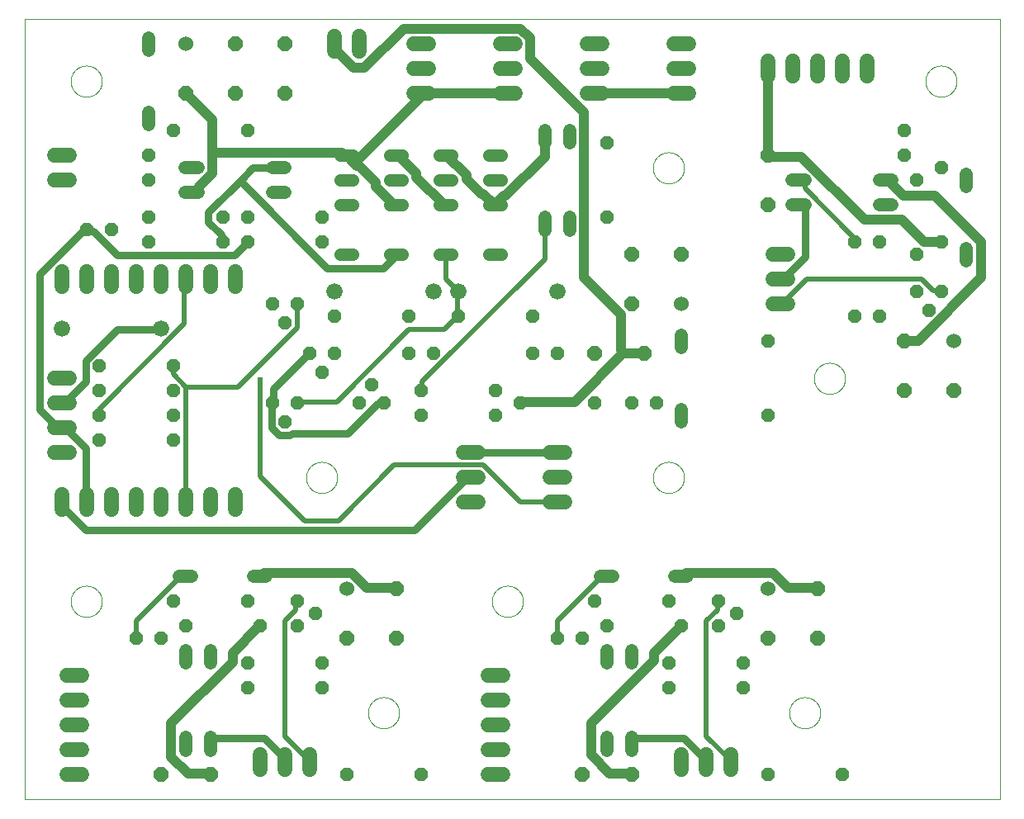
<source format=gbl>
G75*
%MOIN*%
%OFA0B0*%
%FSLAX25Y25*%
%IPPOS*%
%LPD*%
%AMOC8*
5,1,8,0,0,1.08239X$1,22.5*
%
%ADD10C,0.00000*%
%ADD11C,0.06000*%
%ADD12OC8,0.06000*%
%ADD13C,0.06600*%
%ADD14C,0.05200*%
%ADD15C,0.06000*%
%ADD16C,0.05150*%
%ADD17OC8,0.05200*%
%ADD18C,0.03000*%
%ADD19C,0.04000*%
%ADD20C,0.02000*%
%ADD21C,0.02381*%
D10*
X0002600Y0002600D02*
X0002600Y0317561D01*
X0396301Y0317561D01*
X0396301Y0002600D01*
X0002600Y0002600D01*
X0021301Y0082600D02*
X0021303Y0082758D01*
X0021309Y0082916D01*
X0021319Y0083074D01*
X0021333Y0083232D01*
X0021351Y0083389D01*
X0021372Y0083546D01*
X0021398Y0083702D01*
X0021428Y0083858D01*
X0021461Y0084013D01*
X0021499Y0084166D01*
X0021540Y0084319D01*
X0021585Y0084471D01*
X0021634Y0084622D01*
X0021687Y0084771D01*
X0021743Y0084919D01*
X0021803Y0085065D01*
X0021867Y0085210D01*
X0021935Y0085353D01*
X0022006Y0085495D01*
X0022080Y0085635D01*
X0022158Y0085772D01*
X0022240Y0085908D01*
X0022324Y0086042D01*
X0022413Y0086173D01*
X0022504Y0086302D01*
X0022599Y0086429D01*
X0022696Y0086554D01*
X0022797Y0086676D01*
X0022901Y0086795D01*
X0023008Y0086912D01*
X0023118Y0087026D01*
X0023231Y0087137D01*
X0023346Y0087246D01*
X0023464Y0087351D01*
X0023585Y0087453D01*
X0023708Y0087553D01*
X0023834Y0087649D01*
X0023962Y0087742D01*
X0024092Y0087832D01*
X0024225Y0087918D01*
X0024360Y0088002D01*
X0024496Y0088081D01*
X0024635Y0088158D01*
X0024776Y0088230D01*
X0024918Y0088300D01*
X0025062Y0088365D01*
X0025208Y0088427D01*
X0025355Y0088485D01*
X0025504Y0088540D01*
X0025654Y0088591D01*
X0025805Y0088638D01*
X0025957Y0088681D01*
X0026110Y0088720D01*
X0026265Y0088756D01*
X0026420Y0088787D01*
X0026576Y0088815D01*
X0026732Y0088839D01*
X0026889Y0088859D01*
X0027047Y0088875D01*
X0027204Y0088887D01*
X0027363Y0088895D01*
X0027521Y0088899D01*
X0027679Y0088899D01*
X0027837Y0088895D01*
X0027996Y0088887D01*
X0028153Y0088875D01*
X0028311Y0088859D01*
X0028468Y0088839D01*
X0028624Y0088815D01*
X0028780Y0088787D01*
X0028935Y0088756D01*
X0029090Y0088720D01*
X0029243Y0088681D01*
X0029395Y0088638D01*
X0029546Y0088591D01*
X0029696Y0088540D01*
X0029845Y0088485D01*
X0029992Y0088427D01*
X0030138Y0088365D01*
X0030282Y0088300D01*
X0030424Y0088230D01*
X0030565Y0088158D01*
X0030704Y0088081D01*
X0030840Y0088002D01*
X0030975Y0087918D01*
X0031108Y0087832D01*
X0031238Y0087742D01*
X0031366Y0087649D01*
X0031492Y0087553D01*
X0031615Y0087453D01*
X0031736Y0087351D01*
X0031854Y0087246D01*
X0031969Y0087137D01*
X0032082Y0087026D01*
X0032192Y0086912D01*
X0032299Y0086795D01*
X0032403Y0086676D01*
X0032504Y0086554D01*
X0032601Y0086429D01*
X0032696Y0086302D01*
X0032787Y0086173D01*
X0032876Y0086042D01*
X0032960Y0085908D01*
X0033042Y0085772D01*
X0033120Y0085635D01*
X0033194Y0085495D01*
X0033265Y0085353D01*
X0033333Y0085210D01*
X0033397Y0085065D01*
X0033457Y0084919D01*
X0033513Y0084771D01*
X0033566Y0084622D01*
X0033615Y0084471D01*
X0033660Y0084319D01*
X0033701Y0084166D01*
X0033739Y0084013D01*
X0033772Y0083858D01*
X0033802Y0083702D01*
X0033828Y0083546D01*
X0033849Y0083389D01*
X0033867Y0083232D01*
X0033881Y0083074D01*
X0033891Y0082916D01*
X0033897Y0082758D01*
X0033899Y0082600D01*
X0033897Y0082442D01*
X0033891Y0082284D01*
X0033881Y0082126D01*
X0033867Y0081968D01*
X0033849Y0081811D01*
X0033828Y0081654D01*
X0033802Y0081498D01*
X0033772Y0081342D01*
X0033739Y0081187D01*
X0033701Y0081034D01*
X0033660Y0080881D01*
X0033615Y0080729D01*
X0033566Y0080578D01*
X0033513Y0080429D01*
X0033457Y0080281D01*
X0033397Y0080135D01*
X0033333Y0079990D01*
X0033265Y0079847D01*
X0033194Y0079705D01*
X0033120Y0079565D01*
X0033042Y0079428D01*
X0032960Y0079292D01*
X0032876Y0079158D01*
X0032787Y0079027D01*
X0032696Y0078898D01*
X0032601Y0078771D01*
X0032504Y0078646D01*
X0032403Y0078524D01*
X0032299Y0078405D01*
X0032192Y0078288D01*
X0032082Y0078174D01*
X0031969Y0078063D01*
X0031854Y0077954D01*
X0031736Y0077849D01*
X0031615Y0077747D01*
X0031492Y0077647D01*
X0031366Y0077551D01*
X0031238Y0077458D01*
X0031108Y0077368D01*
X0030975Y0077282D01*
X0030840Y0077198D01*
X0030704Y0077119D01*
X0030565Y0077042D01*
X0030424Y0076970D01*
X0030282Y0076900D01*
X0030138Y0076835D01*
X0029992Y0076773D01*
X0029845Y0076715D01*
X0029696Y0076660D01*
X0029546Y0076609D01*
X0029395Y0076562D01*
X0029243Y0076519D01*
X0029090Y0076480D01*
X0028935Y0076444D01*
X0028780Y0076413D01*
X0028624Y0076385D01*
X0028468Y0076361D01*
X0028311Y0076341D01*
X0028153Y0076325D01*
X0027996Y0076313D01*
X0027837Y0076305D01*
X0027679Y0076301D01*
X0027521Y0076301D01*
X0027363Y0076305D01*
X0027204Y0076313D01*
X0027047Y0076325D01*
X0026889Y0076341D01*
X0026732Y0076361D01*
X0026576Y0076385D01*
X0026420Y0076413D01*
X0026265Y0076444D01*
X0026110Y0076480D01*
X0025957Y0076519D01*
X0025805Y0076562D01*
X0025654Y0076609D01*
X0025504Y0076660D01*
X0025355Y0076715D01*
X0025208Y0076773D01*
X0025062Y0076835D01*
X0024918Y0076900D01*
X0024776Y0076970D01*
X0024635Y0077042D01*
X0024496Y0077119D01*
X0024360Y0077198D01*
X0024225Y0077282D01*
X0024092Y0077368D01*
X0023962Y0077458D01*
X0023834Y0077551D01*
X0023708Y0077647D01*
X0023585Y0077747D01*
X0023464Y0077849D01*
X0023346Y0077954D01*
X0023231Y0078063D01*
X0023118Y0078174D01*
X0023008Y0078288D01*
X0022901Y0078405D01*
X0022797Y0078524D01*
X0022696Y0078646D01*
X0022599Y0078771D01*
X0022504Y0078898D01*
X0022413Y0079027D01*
X0022324Y0079158D01*
X0022240Y0079292D01*
X0022158Y0079428D01*
X0022080Y0079565D01*
X0022006Y0079705D01*
X0021935Y0079847D01*
X0021867Y0079990D01*
X0021803Y0080135D01*
X0021743Y0080281D01*
X0021687Y0080429D01*
X0021634Y0080578D01*
X0021585Y0080729D01*
X0021540Y0080881D01*
X0021499Y0081034D01*
X0021461Y0081187D01*
X0021428Y0081342D01*
X0021398Y0081498D01*
X0021372Y0081654D01*
X0021351Y0081811D01*
X0021333Y0081968D01*
X0021319Y0082126D01*
X0021309Y0082284D01*
X0021303Y0082442D01*
X0021301Y0082600D01*
X0116301Y0132600D02*
X0116303Y0132758D01*
X0116309Y0132916D01*
X0116319Y0133074D01*
X0116333Y0133232D01*
X0116351Y0133389D01*
X0116372Y0133546D01*
X0116398Y0133702D01*
X0116428Y0133858D01*
X0116461Y0134013D01*
X0116499Y0134166D01*
X0116540Y0134319D01*
X0116585Y0134471D01*
X0116634Y0134622D01*
X0116687Y0134771D01*
X0116743Y0134919D01*
X0116803Y0135065D01*
X0116867Y0135210D01*
X0116935Y0135353D01*
X0117006Y0135495D01*
X0117080Y0135635D01*
X0117158Y0135772D01*
X0117240Y0135908D01*
X0117324Y0136042D01*
X0117413Y0136173D01*
X0117504Y0136302D01*
X0117599Y0136429D01*
X0117696Y0136554D01*
X0117797Y0136676D01*
X0117901Y0136795D01*
X0118008Y0136912D01*
X0118118Y0137026D01*
X0118231Y0137137D01*
X0118346Y0137246D01*
X0118464Y0137351D01*
X0118585Y0137453D01*
X0118708Y0137553D01*
X0118834Y0137649D01*
X0118962Y0137742D01*
X0119092Y0137832D01*
X0119225Y0137918D01*
X0119360Y0138002D01*
X0119496Y0138081D01*
X0119635Y0138158D01*
X0119776Y0138230D01*
X0119918Y0138300D01*
X0120062Y0138365D01*
X0120208Y0138427D01*
X0120355Y0138485D01*
X0120504Y0138540D01*
X0120654Y0138591D01*
X0120805Y0138638D01*
X0120957Y0138681D01*
X0121110Y0138720D01*
X0121265Y0138756D01*
X0121420Y0138787D01*
X0121576Y0138815D01*
X0121732Y0138839D01*
X0121889Y0138859D01*
X0122047Y0138875D01*
X0122204Y0138887D01*
X0122363Y0138895D01*
X0122521Y0138899D01*
X0122679Y0138899D01*
X0122837Y0138895D01*
X0122996Y0138887D01*
X0123153Y0138875D01*
X0123311Y0138859D01*
X0123468Y0138839D01*
X0123624Y0138815D01*
X0123780Y0138787D01*
X0123935Y0138756D01*
X0124090Y0138720D01*
X0124243Y0138681D01*
X0124395Y0138638D01*
X0124546Y0138591D01*
X0124696Y0138540D01*
X0124845Y0138485D01*
X0124992Y0138427D01*
X0125138Y0138365D01*
X0125282Y0138300D01*
X0125424Y0138230D01*
X0125565Y0138158D01*
X0125704Y0138081D01*
X0125840Y0138002D01*
X0125975Y0137918D01*
X0126108Y0137832D01*
X0126238Y0137742D01*
X0126366Y0137649D01*
X0126492Y0137553D01*
X0126615Y0137453D01*
X0126736Y0137351D01*
X0126854Y0137246D01*
X0126969Y0137137D01*
X0127082Y0137026D01*
X0127192Y0136912D01*
X0127299Y0136795D01*
X0127403Y0136676D01*
X0127504Y0136554D01*
X0127601Y0136429D01*
X0127696Y0136302D01*
X0127787Y0136173D01*
X0127876Y0136042D01*
X0127960Y0135908D01*
X0128042Y0135772D01*
X0128120Y0135635D01*
X0128194Y0135495D01*
X0128265Y0135353D01*
X0128333Y0135210D01*
X0128397Y0135065D01*
X0128457Y0134919D01*
X0128513Y0134771D01*
X0128566Y0134622D01*
X0128615Y0134471D01*
X0128660Y0134319D01*
X0128701Y0134166D01*
X0128739Y0134013D01*
X0128772Y0133858D01*
X0128802Y0133702D01*
X0128828Y0133546D01*
X0128849Y0133389D01*
X0128867Y0133232D01*
X0128881Y0133074D01*
X0128891Y0132916D01*
X0128897Y0132758D01*
X0128899Y0132600D01*
X0128897Y0132442D01*
X0128891Y0132284D01*
X0128881Y0132126D01*
X0128867Y0131968D01*
X0128849Y0131811D01*
X0128828Y0131654D01*
X0128802Y0131498D01*
X0128772Y0131342D01*
X0128739Y0131187D01*
X0128701Y0131034D01*
X0128660Y0130881D01*
X0128615Y0130729D01*
X0128566Y0130578D01*
X0128513Y0130429D01*
X0128457Y0130281D01*
X0128397Y0130135D01*
X0128333Y0129990D01*
X0128265Y0129847D01*
X0128194Y0129705D01*
X0128120Y0129565D01*
X0128042Y0129428D01*
X0127960Y0129292D01*
X0127876Y0129158D01*
X0127787Y0129027D01*
X0127696Y0128898D01*
X0127601Y0128771D01*
X0127504Y0128646D01*
X0127403Y0128524D01*
X0127299Y0128405D01*
X0127192Y0128288D01*
X0127082Y0128174D01*
X0126969Y0128063D01*
X0126854Y0127954D01*
X0126736Y0127849D01*
X0126615Y0127747D01*
X0126492Y0127647D01*
X0126366Y0127551D01*
X0126238Y0127458D01*
X0126108Y0127368D01*
X0125975Y0127282D01*
X0125840Y0127198D01*
X0125704Y0127119D01*
X0125565Y0127042D01*
X0125424Y0126970D01*
X0125282Y0126900D01*
X0125138Y0126835D01*
X0124992Y0126773D01*
X0124845Y0126715D01*
X0124696Y0126660D01*
X0124546Y0126609D01*
X0124395Y0126562D01*
X0124243Y0126519D01*
X0124090Y0126480D01*
X0123935Y0126444D01*
X0123780Y0126413D01*
X0123624Y0126385D01*
X0123468Y0126361D01*
X0123311Y0126341D01*
X0123153Y0126325D01*
X0122996Y0126313D01*
X0122837Y0126305D01*
X0122679Y0126301D01*
X0122521Y0126301D01*
X0122363Y0126305D01*
X0122204Y0126313D01*
X0122047Y0126325D01*
X0121889Y0126341D01*
X0121732Y0126361D01*
X0121576Y0126385D01*
X0121420Y0126413D01*
X0121265Y0126444D01*
X0121110Y0126480D01*
X0120957Y0126519D01*
X0120805Y0126562D01*
X0120654Y0126609D01*
X0120504Y0126660D01*
X0120355Y0126715D01*
X0120208Y0126773D01*
X0120062Y0126835D01*
X0119918Y0126900D01*
X0119776Y0126970D01*
X0119635Y0127042D01*
X0119496Y0127119D01*
X0119360Y0127198D01*
X0119225Y0127282D01*
X0119092Y0127368D01*
X0118962Y0127458D01*
X0118834Y0127551D01*
X0118708Y0127647D01*
X0118585Y0127747D01*
X0118464Y0127849D01*
X0118346Y0127954D01*
X0118231Y0128063D01*
X0118118Y0128174D01*
X0118008Y0128288D01*
X0117901Y0128405D01*
X0117797Y0128524D01*
X0117696Y0128646D01*
X0117599Y0128771D01*
X0117504Y0128898D01*
X0117413Y0129027D01*
X0117324Y0129158D01*
X0117240Y0129292D01*
X0117158Y0129428D01*
X0117080Y0129565D01*
X0117006Y0129705D01*
X0116935Y0129847D01*
X0116867Y0129990D01*
X0116803Y0130135D01*
X0116743Y0130281D01*
X0116687Y0130429D01*
X0116634Y0130578D01*
X0116585Y0130729D01*
X0116540Y0130881D01*
X0116499Y0131034D01*
X0116461Y0131187D01*
X0116428Y0131342D01*
X0116398Y0131498D01*
X0116372Y0131654D01*
X0116351Y0131811D01*
X0116333Y0131968D01*
X0116319Y0132126D01*
X0116309Y0132284D01*
X0116303Y0132442D01*
X0116301Y0132600D01*
X0191301Y0082600D02*
X0191303Y0082758D01*
X0191309Y0082916D01*
X0191319Y0083074D01*
X0191333Y0083232D01*
X0191351Y0083389D01*
X0191372Y0083546D01*
X0191398Y0083702D01*
X0191428Y0083858D01*
X0191461Y0084013D01*
X0191499Y0084166D01*
X0191540Y0084319D01*
X0191585Y0084471D01*
X0191634Y0084622D01*
X0191687Y0084771D01*
X0191743Y0084919D01*
X0191803Y0085065D01*
X0191867Y0085210D01*
X0191935Y0085353D01*
X0192006Y0085495D01*
X0192080Y0085635D01*
X0192158Y0085772D01*
X0192240Y0085908D01*
X0192324Y0086042D01*
X0192413Y0086173D01*
X0192504Y0086302D01*
X0192599Y0086429D01*
X0192696Y0086554D01*
X0192797Y0086676D01*
X0192901Y0086795D01*
X0193008Y0086912D01*
X0193118Y0087026D01*
X0193231Y0087137D01*
X0193346Y0087246D01*
X0193464Y0087351D01*
X0193585Y0087453D01*
X0193708Y0087553D01*
X0193834Y0087649D01*
X0193962Y0087742D01*
X0194092Y0087832D01*
X0194225Y0087918D01*
X0194360Y0088002D01*
X0194496Y0088081D01*
X0194635Y0088158D01*
X0194776Y0088230D01*
X0194918Y0088300D01*
X0195062Y0088365D01*
X0195208Y0088427D01*
X0195355Y0088485D01*
X0195504Y0088540D01*
X0195654Y0088591D01*
X0195805Y0088638D01*
X0195957Y0088681D01*
X0196110Y0088720D01*
X0196265Y0088756D01*
X0196420Y0088787D01*
X0196576Y0088815D01*
X0196732Y0088839D01*
X0196889Y0088859D01*
X0197047Y0088875D01*
X0197204Y0088887D01*
X0197363Y0088895D01*
X0197521Y0088899D01*
X0197679Y0088899D01*
X0197837Y0088895D01*
X0197996Y0088887D01*
X0198153Y0088875D01*
X0198311Y0088859D01*
X0198468Y0088839D01*
X0198624Y0088815D01*
X0198780Y0088787D01*
X0198935Y0088756D01*
X0199090Y0088720D01*
X0199243Y0088681D01*
X0199395Y0088638D01*
X0199546Y0088591D01*
X0199696Y0088540D01*
X0199845Y0088485D01*
X0199992Y0088427D01*
X0200138Y0088365D01*
X0200282Y0088300D01*
X0200424Y0088230D01*
X0200565Y0088158D01*
X0200704Y0088081D01*
X0200840Y0088002D01*
X0200975Y0087918D01*
X0201108Y0087832D01*
X0201238Y0087742D01*
X0201366Y0087649D01*
X0201492Y0087553D01*
X0201615Y0087453D01*
X0201736Y0087351D01*
X0201854Y0087246D01*
X0201969Y0087137D01*
X0202082Y0087026D01*
X0202192Y0086912D01*
X0202299Y0086795D01*
X0202403Y0086676D01*
X0202504Y0086554D01*
X0202601Y0086429D01*
X0202696Y0086302D01*
X0202787Y0086173D01*
X0202876Y0086042D01*
X0202960Y0085908D01*
X0203042Y0085772D01*
X0203120Y0085635D01*
X0203194Y0085495D01*
X0203265Y0085353D01*
X0203333Y0085210D01*
X0203397Y0085065D01*
X0203457Y0084919D01*
X0203513Y0084771D01*
X0203566Y0084622D01*
X0203615Y0084471D01*
X0203660Y0084319D01*
X0203701Y0084166D01*
X0203739Y0084013D01*
X0203772Y0083858D01*
X0203802Y0083702D01*
X0203828Y0083546D01*
X0203849Y0083389D01*
X0203867Y0083232D01*
X0203881Y0083074D01*
X0203891Y0082916D01*
X0203897Y0082758D01*
X0203899Y0082600D01*
X0203897Y0082442D01*
X0203891Y0082284D01*
X0203881Y0082126D01*
X0203867Y0081968D01*
X0203849Y0081811D01*
X0203828Y0081654D01*
X0203802Y0081498D01*
X0203772Y0081342D01*
X0203739Y0081187D01*
X0203701Y0081034D01*
X0203660Y0080881D01*
X0203615Y0080729D01*
X0203566Y0080578D01*
X0203513Y0080429D01*
X0203457Y0080281D01*
X0203397Y0080135D01*
X0203333Y0079990D01*
X0203265Y0079847D01*
X0203194Y0079705D01*
X0203120Y0079565D01*
X0203042Y0079428D01*
X0202960Y0079292D01*
X0202876Y0079158D01*
X0202787Y0079027D01*
X0202696Y0078898D01*
X0202601Y0078771D01*
X0202504Y0078646D01*
X0202403Y0078524D01*
X0202299Y0078405D01*
X0202192Y0078288D01*
X0202082Y0078174D01*
X0201969Y0078063D01*
X0201854Y0077954D01*
X0201736Y0077849D01*
X0201615Y0077747D01*
X0201492Y0077647D01*
X0201366Y0077551D01*
X0201238Y0077458D01*
X0201108Y0077368D01*
X0200975Y0077282D01*
X0200840Y0077198D01*
X0200704Y0077119D01*
X0200565Y0077042D01*
X0200424Y0076970D01*
X0200282Y0076900D01*
X0200138Y0076835D01*
X0199992Y0076773D01*
X0199845Y0076715D01*
X0199696Y0076660D01*
X0199546Y0076609D01*
X0199395Y0076562D01*
X0199243Y0076519D01*
X0199090Y0076480D01*
X0198935Y0076444D01*
X0198780Y0076413D01*
X0198624Y0076385D01*
X0198468Y0076361D01*
X0198311Y0076341D01*
X0198153Y0076325D01*
X0197996Y0076313D01*
X0197837Y0076305D01*
X0197679Y0076301D01*
X0197521Y0076301D01*
X0197363Y0076305D01*
X0197204Y0076313D01*
X0197047Y0076325D01*
X0196889Y0076341D01*
X0196732Y0076361D01*
X0196576Y0076385D01*
X0196420Y0076413D01*
X0196265Y0076444D01*
X0196110Y0076480D01*
X0195957Y0076519D01*
X0195805Y0076562D01*
X0195654Y0076609D01*
X0195504Y0076660D01*
X0195355Y0076715D01*
X0195208Y0076773D01*
X0195062Y0076835D01*
X0194918Y0076900D01*
X0194776Y0076970D01*
X0194635Y0077042D01*
X0194496Y0077119D01*
X0194360Y0077198D01*
X0194225Y0077282D01*
X0194092Y0077368D01*
X0193962Y0077458D01*
X0193834Y0077551D01*
X0193708Y0077647D01*
X0193585Y0077747D01*
X0193464Y0077849D01*
X0193346Y0077954D01*
X0193231Y0078063D01*
X0193118Y0078174D01*
X0193008Y0078288D01*
X0192901Y0078405D01*
X0192797Y0078524D01*
X0192696Y0078646D01*
X0192599Y0078771D01*
X0192504Y0078898D01*
X0192413Y0079027D01*
X0192324Y0079158D01*
X0192240Y0079292D01*
X0192158Y0079428D01*
X0192080Y0079565D01*
X0192006Y0079705D01*
X0191935Y0079847D01*
X0191867Y0079990D01*
X0191803Y0080135D01*
X0191743Y0080281D01*
X0191687Y0080429D01*
X0191634Y0080578D01*
X0191585Y0080729D01*
X0191540Y0080881D01*
X0191499Y0081034D01*
X0191461Y0081187D01*
X0191428Y0081342D01*
X0191398Y0081498D01*
X0191372Y0081654D01*
X0191351Y0081811D01*
X0191333Y0081968D01*
X0191319Y0082126D01*
X0191309Y0082284D01*
X0191303Y0082442D01*
X0191301Y0082600D01*
X0141301Y0037600D02*
X0141303Y0037758D01*
X0141309Y0037916D01*
X0141319Y0038074D01*
X0141333Y0038232D01*
X0141351Y0038389D01*
X0141372Y0038546D01*
X0141398Y0038702D01*
X0141428Y0038858D01*
X0141461Y0039013D01*
X0141499Y0039166D01*
X0141540Y0039319D01*
X0141585Y0039471D01*
X0141634Y0039622D01*
X0141687Y0039771D01*
X0141743Y0039919D01*
X0141803Y0040065D01*
X0141867Y0040210D01*
X0141935Y0040353D01*
X0142006Y0040495D01*
X0142080Y0040635D01*
X0142158Y0040772D01*
X0142240Y0040908D01*
X0142324Y0041042D01*
X0142413Y0041173D01*
X0142504Y0041302D01*
X0142599Y0041429D01*
X0142696Y0041554D01*
X0142797Y0041676D01*
X0142901Y0041795D01*
X0143008Y0041912D01*
X0143118Y0042026D01*
X0143231Y0042137D01*
X0143346Y0042246D01*
X0143464Y0042351D01*
X0143585Y0042453D01*
X0143708Y0042553D01*
X0143834Y0042649D01*
X0143962Y0042742D01*
X0144092Y0042832D01*
X0144225Y0042918D01*
X0144360Y0043002D01*
X0144496Y0043081D01*
X0144635Y0043158D01*
X0144776Y0043230D01*
X0144918Y0043300D01*
X0145062Y0043365D01*
X0145208Y0043427D01*
X0145355Y0043485D01*
X0145504Y0043540D01*
X0145654Y0043591D01*
X0145805Y0043638D01*
X0145957Y0043681D01*
X0146110Y0043720D01*
X0146265Y0043756D01*
X0146420Y0043787D01*
X0146576Y0043815D01*
X0146732Y0043839D01*
X0146889Y0043859D01*
X0147047Y0043875D01*
X0147204Y0043887D01*
X0147363Y0043895D01*
X0147521Y0043899D01*
X0147679Y0043899D01*
X0147837Y0043895D01*
X0147996Y0043887D01*
X0148153Y0043875D01*
X0148311Y0043859D01*
X0148468Y0043839D01*
X0148624Y0043815D01*
X0148780Y0043787D01*
X0148935Y0043756D01*
X0149090Y0043720D01*
X0149243Y0043681D01*
X0149395Y0043638D01*
X0149546Y0043591D01*
X0149696Y0043540D01*
X0149845Y0043485D01*
X0149992Y0043427D01*
X0150138Y0043365D01*
X0150282Y0043300D01*
X0150424Y0043230D01*
X0150565Y0043158D01*
X0150704Y0043081D01*
X0150840Y0043002D01*
X0150975Y0042918D01*
X0151108Y0042832D01*
X0151238Y0042742D01*
X0151366Y0042649D01*
X0151492Y0042553D01*
X0151615Y0042453D01*
X0151736Y0042351D01*
X0151854Y0042246D01*
X0151969Y0042137D01*
X0152082Y0042026D01*
X0152192Y0041912D01*
X0152299Y0041795D01*
X0152403Y0041676D01*
X0152504Y0041554D01*
X0152601Y0041429D01*
X0152696Y0041302D01*
X0152787Y0041173D01*
X0152876Y0041042D01*
X0152960Y0040908D01*
X0153042Y0040772D01*
X0153120Y0040635D01*
X0153194Y0040495D01*
X0153265Y0040353D01*
X0153333Y0040210D01*
X0153397Y0040065D01*
X0153457Y0039919D01*
X0153513Y0039771D01*
X0153566Y0039622D01*
X0153615Y0039471D01*
X0153660Y0039319D01*
X0153701Y0039166D01*
X0153739Y0039013D01*
X0153772Y0038858D01*
X0153802Y0038702D01*
X0153828Y0038546D01*
X0153849Y0038389D01*
X0153867Y0038232D01*
X0153881Y0038074D01*
X0153891Y0037916D01*
X0153897Y0037758D01*
X0153899Y0037600D01*
X0153897Y0037442D01*
X0153891Y0037284D01*
X0153881Y0037126D01*
X0153867Y0036968D01*
X0153849Y0036811D01*
X0153828Y0036654D01*
X0153802Y0036498D01*
X0153772Y0036342D01*
X0153739Y0036187D01*
X0153701Y0036034D01*
X0153660Y0035881D01*
X0153615Y0035729D01*
X0153566Y0035578D01*
X0153513Y0035429D01*
X0153457Y0035281D01*
X0153397Y0035135D01*
X0153333Y0034990D01*
X0153265Y0034847D01*
X0153194Y0034705D01*
X0153120Y0034565D01*
X0153042Y0034428D01*
X0152960Y0034292D01*
X0152876Y0034158D01*
X0152787Y0034027D01*
X0152696Y0033898D01*
X0152601Y0033771D01*
X0152504Y0033646D01*
X0152403Y0033524D01*
X0152299Y0033405D01*
X0152192Y0033288D01*
X0152082Y0033174D01*
X0151969Y0033063D01*
X0151854Y0032954D01*
X0151736Y0032849D01*
X0151615Y0032747D01*
X0151492Y0032647D01*
X0151366Y0032551D01*
X0151238Y0032458D01*
X0151108Y0032368D01*
X0150975Y0032282D01*
X0150840Y0032198D01*
X0150704Y0032119D01*
X0150565Y0032042D01*
X0150424Y0031970D01*
X0150282Y0031900D01*
X0150138Y0031835D01*
X0149992Y0031773D01*
X0149845Y0031715D01*
X0149696Y0031660D01*
X0149546Y0031609D01*
X0149395Y0031562D01*
X0149243Y0031519D01*
X0149090Y0031480D01*
X0148935Y0031444D01*
X0148780Y0031413D01*
X0148624Y0031385D01*
X0148468Y0031361D01*
X0148311Y0031341D01*
X0148153Y0031325D01*
X0147996Y0031313D01*
X0147837Y0031305D01*
X0147679Y0031301D01*
X0147521Y0031301D01*
X0147363Y0031305D01*
X0147204Y0031313D01*
X0147047Y0031325D01*
X0146889Y0031341D01*
X0146732Y0031361D01*
X0146576Y0031385D01*
X0146420Y0031413D01*
X0146265Y0031444D01*
X0146110Y0031480D01*
X0145957Y0031519D01*
X0145805Y0031562D01*
X0145654Y0031609D01*
X0145504Y0031660D01*
X0145355Y0031715D01*
X0145208Y0031773D01*
X0145062Y0031835D01*
X0144918Y0031900D01*
X0144776Y0031970D01*
X0144635Y0032042D01*
X0144496Y0032119D01*
X0144360Y0032198D01*
X0144225Y0032282D01*
X0144092Y0032368D01*
X0143962Y0032458D01*
X0143834Y0032551D01*
X0143708Y0032647D01*
X0143585Y0032747D01*
X0143464Y0032849D01*
X0143346Y0032954D01*
X0143231Y0033063D01*
X0143118Y0033174D01*
X0143008Y0033288D01*
X0142901Y0033405D01*
X0142797Y0033524D01*
X0142696Y0033646D01*
X0142599Y0033771D01*
X0142504Y0033898D01*
X0142413Y0034027D01*
X0142324Y0034158D01*
X0142240Y0034292D01*
X0142158Y0034428D01*
X0142080Y0034565D01*
X0142006Y0034705D01*
X0141935Y0034847D01*
X0141867Y0034990D01*
X0141803Y0035135D01*
X0141743Y0035281D01*
X0141687Y0035429D01*
X0141634Y0035578D01*
X0141585Y0035729D01*
X0141540Y0035881D01*
X0141499Y0036034D01*
X0141461Y0036187D01*
X0141428Y0036342D01*
X0141398Y0036498D01*
X0141372Y0036654D01*
X0141351Y0036811D01*
X0141333Y0036968D01*
X0141319Y0037126D01*
X0141309Y0037284D01*
X0141303Y0037442D01*
X0141301Y0037600D01*
X0256301Y0132600D02*
X0256303Y0132758D01*
X0256309Y0132916D01*
X0256319Y0133074D01*
X0256333Y0133232D01*
X0256351Y0133389D01*
X0256372Y0133546D01*
X0256398Y0133702D01*
X0256428Y0133858D01*
X0256461Y0134013D01*
X0256499Y0134166D01*
X0256540Y0134319D01*
X0256585Y0134471D01*
X0256634Y0134622D01*
X0256687Y0134771D01*
X0256743Y0134919D01*
X0256803Y0135065D01*
X0256867Y0135210D01*
X0256935Y0135353D01*
X0257006Y0135495D01*
X0257080Y0135635D01*
X0257158Y0135772D01*
X0257240Y0135908D01*
X0257324Y0136042D01*
X0257413Y0136173D01*
X0257504Y0136302D01*
X0257599Y0136429D01*
X0257696Y0136554D01*
X0257797Y0136676D01*
X0257901Y0136795D01*
X0258008Y0136912D01*
X0258118Y0137026D01*
X0258231Y0137137D01*
X0258346Y0137246D01*
X0258464Y0137351D01*
X0258585Y0137453D01*
X0258708Y0137553D01*
X0258834Y0137649D01*
X0258962Y0137742D01*
X0259092Y0137832D01*
X0259225Y0137918D01*
X0259360Y0138002D01*
X0259496Y0138081D01*
X0259635Y0138158D01*
X0259776Y0138230D01*
X0259918Y0138300D01*
X0260062Y0138365D01*
X0260208Y0138427D01*
X0260355Y0138485D01*
X0260504Y0138540D01*
X0260654Y0138591D01*
X0260805Y0138638D01*
X0260957Y0138681D01*
X0261110Y0138720D01*
X0261265Y0138756D01*
X0261420Y0138787D01*
X0261576Y0138815D01*
X0261732Y0138839D01*
X0261889Y0138859D01*
X0262047Y0138875D01*
X0262204Y0138887D01*
X0262363Y0138895D01*
X0262521Y0138899D01*
X0262679Y0138899D01*
X0262837Y0138895D01*
X0262996Y0138887D01*
X0263153Y0138875D01*
X0263311Y0138859D01*
X0263468Y0138839D01*
X0263624Y0138815D01*
X0263780Y0138787D01*
X0263935Y0138756D01*
X0264090Y0138720D01*
X0264243Y0138681D01*
X0264395Y0138638D01*
X0264546Y0138591D01*
X0264696Y0138540D01*
X0264845Y0138485D01*
X0264992Y0138427D01*
X0265138Y0138365D01*
X0265282Y0138300D01*
X0265424Y0138230D01*
X0265565Y0138158D01*
X0265704Y0138081D01*
X0265840Y0138002D01*
X0265975Y0137918D01*
X0266108Y0137832D01*
X0266238Y0137742D01*
X0266366Y0137649D01*
X0266492Y0137553D01*
X0266615Y0137453D01*
X0266736Y0137351D01*
X0266854Y0137246D01*
X0266969Y0137137D01*
X0267082Y0137026D01*
X0267192Y0136912D01*
X0267299Y0136795D01*
X0267403Y0136676D01*
X0267504Y0136554D01*
X0267601Y0136429D01*
X0267696Y0136302D01*
X0267787Y0136173D01*
X0267876Y0136042D01*
X0267960Y0135908D01*
X0268042Y0135772D01*
X0268120Y0135635D01*
X0268194Y0135495D01*
X0268265Y0135353D01*
X0268333Y0135210D01*
X0268397Y0135065D01*
X0268457Y0134919D01*
X0268513Y0134771D01*
X0268566Y0134622D01*
X0268615Y0134471D01*
X0268660Y0134319D01*
X0268701Y0134166D01*
X0268739Y0134013D01*
X0268772Y0133858D01*
X0268802Y0133702D01*
X0268828Y0133546D01*
X0268849Y0133389D01*
X0268867Y0133232D01*
X0268881Y0133074D01*
X0268891Y0132916D01*
X0268897Y0132758D01*
X0268899Y0132600D01*
X0268897Y0132442D01*
X0268891Y0132284D01*
X0268881Y0132126D01*
X0268867Y0131968D01*
X0268849Y0131811D01*
X0268828Y0131654D01*
X0268802Y0131498D01*
X0268772Y0131342D01*
X0268739Y0131187D01*
X0268701Y0131034D01*
X0268660Y0130881D01*
X0268615Y0130729D01*
X0268566Y0130578D01*
X0268513Y0130429D01*
X0268457Y0130281D01*
X0268397Y0130135D01*
X0268333Y0129990D01*
X0268265Y0129847D01*
X0268194Y0129705D01*
X0268120Y0129565D01*
X0268042Y0129428D01*
X0267960Y0129292D01*
X0267876Y0129158D01*
X0267787Y0129027D01*
X0267696Y0128898D01*
X0267601Y0128771D01*
X0267504Y0128646D01*
X0267403Y0128524D01*
X0267299Y0128405D01*
X0267192Y0128288D01*
X0267082Y0128174D01*
X0266969Y0128063D01*
X0266854Y0127954D01*
X0266736Y0127849D01*
X0266615Y0127747D01*
X0266492Y0127647D01*
X0266366Y0127551D01*
X0266238Y0127458D01*
X0266108Y0127368D01*
X0265975Y0127282D01*
X0265840Y0127198D01*
X0265704Y0127119D01*
X0265565Y0127042D01*
X0265424Y0126970D01*
X0265282Y0126900D01*
X0265138Y0126835D01*
X0264992Y0126773D01*
X0264845Y0126715D01*
X0264696Y0126660D01*
X0264546Y0126609D01*
X0264395Y0126562D01*
X0264243Y0126519D01*
X0264090Y0126480D01*
X0263935Y0126444D01*
X0263780Y0126413D01*
X0263624Y0126385D01*
X0263468Y0126361D01*
X0263311Y0126341D01*
X0263153Y0126325D01*
X0262996Y0126313D01*
X0262837Y0126305D01*
X0262679Y0126301D01*
X0262521Y0126301D01*
X0262363Y0126305D01*
X0262204Y0126313D01*
X0262047Y0126325D01*
X0261889Y0126341D01*
X0261732Y0126361D01*
X0261576Y0126385D01*
X0261420Y0126413D01*
X0261265Y0126444D01*
X0261110Y0126480D01*
X0260957Y0126519D01*
X0260805Y0126562D01*
X0260654Y0126609D01*
X0260504Y0126660D01*
X0260355Y0126715D01*
X0260208Y0126773D01*
X0260062Y0126835D01*
X0259918Y0126900D01*
X0259776Y0126970D01*
X0259635Y0127042D01*
X0259496Y0127119D01*
X0259360Y0127198D01*
X0259225Y0127282D01*
X0259092Y0127368D01*
X0258962Y0127458D01*
X0258834Y0127551D01*
X0258708Y0127647D01*
X0258585Y0127747D01*
X0258464Y0127849D01*
X0258346Y0127954D01*
X0258231Y0128063D01*
X0258118Y0128174D01*
X0258008Y0128288D01*
X0257901Y0128405D01*
X0257797Y0128524D01*
X0257696Y0128646D01*
X0257599Y0128771D01*
X0257504Y0128898D01*
X0257413Y0129027D01*
X0257324Y0129158D01*
X0257240Y0129292D01*
X0257158Y0129428D01*
X0257080Y0129565D01*
X0257006Y0129705D01*
X0256935Y0129847D01*
X0256867Y0129990D01*
X0256803Y0130135D01*
X0256743Y0130281D01*
X0256687Y0130429D01*
X0256634Y0130578D01*
X0256585Y0130729D01*
X0256540Y0130881D01*
X0256499Y0131034D01*
X0256461Y0131187D01*
X0256428Y0131342D01*
X0256398Y0131498D01*
X0256372Y0131654D01*
X0256351Y0131811D01*
X0256333Y0131968D01*
X0256319Y0132126D01*
X0256309Y0132284D01*
X0256303Y0132442D01*
X0256301Y0132600D01*
X0321301Y0172600D02*
X0321303Y0172758D01*
X0321309Y0172916D01*
X0321319Y0173074D01*
X0321333Y0173232D01*
X0321351Y0173389D01*
X0321372Y0173546D01*
X0321398Y0173702D01*
X0321428Y0173858D01*
X0321461Y0174013D01*
X0321499Y0174166D01*
X0321540Y0174319D01*
X0321585Y0174471D01*
X0321634Y0174622D01*
X0321687Y0174771D01*
X0321743Y0174919D01*
X0321803Y0175065D01*
X0321867Y0175210D01*
X0321935Y0175353D01*
X0322006Y0175495D01*
X0322080Y0175635D01*
X0322158Y0175772D01*
X0322240Y0175908D01*
X0322324Y0176042D01*
X0322413Y0176173D01*
X0322504Y0176302D01*
X0322599Y0176429D01*
X0322696Y0176554D01*
X0322797Y0176676D01*
X0322901Y0176795D01*
X0323008Y0176912D01*
X0323118Y0177026D01*
X0323231Y0177137D01*
X0323346Y0177246D01*
X0323464Y0177351D01*
X0323585Y0177453D01*
X0323708Y0177553D01*
X0323834Y0177649D01*
X0323962Y0177742D01*
X0324092Y0177832D01*
X0324225Y0177918D01*
X0324360Y0178002D01*
X0324496Y0178081D01*
X0324635Y0178158D01*
X0324776Y0178230D01*
X0324918Y0178300D01*
X0325062Y0178365D01*
X0325208Y0178427D01*
X0325355Y0178485D01*
X0325504Y0178540D01*
X0325654Y0178591D01*
X0325805Y0178638D01*
X0325957Y0178681D01*
X0326110Y0178720D01*
X0326265Y0178756D01*
X0326420Y0178787D01*
X0326576Y0178815D01*
X0326732Y0178839D01*
X0326889Y0178859D01*
X0327047Y0178875D01*
X0327204Y0178887D01*
X0327363Y0178895D01*
X0327521Y0178899D01*
X0327679Y0178899D01*
X0327837Y0178895D01*
X0327996Y0178887D01*
X0328153Y0178875D01*
X0328311Y0178859D01*
X0328468Y0178839D01*
X0328624Y0178815D01*
X0328780Y0178787D01*
X0328935Y0178756D01*
X0329090Y0178720D01*
X0329243Y0178681D01*
X0329395Y0178638D01*
X0329546Y0178591D01*
X0329696Y0178540D01*
X0329845Y0178485D01*
X0329992Y0178427D01*
X0330138Y0178365D01*
X0330282Y0178300D01*
X0330424Y0178230D01*
X0330565Y0178158D01*
X0330704Y0178081D01*
X0330840Y0178002D01*
X0330975Y0177918D01*
X0331108Y0177832D01*
X0331238Y0177742D01*
X0331366Y0177649D01*
X0331492Y0177553D01*
X0331615Y0177453D01*
X0331736Y0177351D01*
X0331854Y0177246D01*
X0331969Y0177137D01*
X0332082Y0177026D01*
X0332192Y0176912D01*
X0332299Y0176795D01*
X0332403Y0176676D01*
X0332504Y0176554D01*
X0332601Y0176429D01*
X0332696Y0176302D01*
X0332787Y0176173D01*
X0332876Y0176042D01*
X0332960Y0175908D01*
X0333042Y0175772D01*
X0333120Y0175635D01*
X0333194Y0175495D01*
X0333265Y0175353D01*
X0333333Y0175210D01*
X0333397Y0175065D01*
X0333457Y0174919D01*
X0333513Y0174771D01*
X0333566Y0174622D01*
X0333615Y0174471D01*
X0333660Y0174319D01*
X0333701Y0174166D01*
X0333739Y0174013D01*
X0333772Y0173858D01*
X0333802Y0173702D01*
X0333828Y0173546D01*
X0333849Y0173389D01*
X0333867Y0173232D01*
X0333881Y0173074D01*
X0333891Y0172916D01*
X0333897Y0172758D01*
X0333899Y0172600D01*
X0333897Y0172442D01*
X0333891Y0172284D01*
X0333881Y0172126D01*
X0333867Y0171968D01*
X0333849Y0171811D01*
X0333828Y0171654D01*
X0333802Y0171498D01*
X0333772Y0171342D01*
X0333739Y0171187D01*
X0333701Y0171034D01*
X0333660Y0170881D01*
X0333615Y0170729D01*
X0333566Y0170578D01*
X0333513Y0170429D01*
X0333457Y0170281D01*
X0333397Y0170135D01*
X0333333Y0169990D01*
X0333265Y0169847D01*
X0333194Y0169705D01*
X0333120Y0169565D01*
X0333042Y0169428D01*
X0332960Y0169292D01*
X0332876Y0169158D01*
X0332787Y0169027D01*
X0332696Y0168898D01*
X0332601Y0168771D01*
X0332504Y0168646D01*
X0332403Y0168524D01*
X0332299Y0168405D01*
X0332192Y0168288D01*
X0332082Y0168174D01*
X0331969Y0168063D01*
X0331854Y0167954D01*
X0331736Y0167849D01*
X0331615Y0167747D01*
X0331492Y0167647D01*
X0331366Y0167551D01*
X0331238Y0167458D01*
X0331108Y0167368D01*
X0330975Y0167282D01*
X0330840Y0167198D01*
X0330704Y0167119D01*
X0330565Y0167042D01*
X0330424Y0166970D01*
X0330282Y0166900D01*
X0330138Y0166835D01*
X0329992Y0166773D01*
X0329845Y0166715D01*
X0329696Y0166660D01*
X0329546Y0166609D01*
X0329395Y0166562D01*
X0329243Y0166519D01*
X0329090Y0166480D01*
X0328935Y0166444D01*
X0328780Y0166413D01*
X0328624Y0166385D01*
X0328468Y0166361D01*
X0328311Y0166341D01*
X0328153Y0166325D01*
X0327996Y0166313D01*
X0327837Y0166305D01*
X0327679Y0166301D01*
X0327521Y0166301D01*
X0327363Y0166305D01*
X0327204Y0166313D01*
X0327047Y0166325D01*
X0326889Y0166341D01*
X0326732Y0166361D01*
X0326576Y0166385D01*
X0326420Y0166413D01*
X0326265Y0166444D01*
X0326110Y0166480D01*
X0325957Y0166519D01*
X0325805Y0166562D01*
X0325654Y0166609D01*
X0325504Y0166660D01*
X0325355Y0166715D01*
X0325208Y0166773D01*
X0325062Y0166835D01*
X0324918Y0166900D01*
X0324776Y0166970D01*
X0324635Y0167042D01*
X0324496Y0167119D01*
X0324360Y0167198D01*
X0324225Y0167282D01*
X0324092Y0167368D01*
X0323962Y0167458D01*
X0323834Y0167551D01*
X0323708Y0167647D01*
X0323585Y0167747D01*
X0323464Y0167849D01*
X0323346Y0167954D01*
X0323231Y0168063D01*
X0323118Y0168174D01*
X0323008Y0168288D01*
X0322901Y0168405D01*
X0322797Y0168524D01*
X0322696Y0168646D01*
X0322599Y0168771D01*
X0322504Y0168898D01*
X0322413Y0169027D01*
X0322324Y0169158D01*
X0322240Y0169292D01*
X0322158Y0169428D01*
X0322080Y0169565D01*
X0322006Y0169705D01*
X0321935Y0169847D01*
X0321867Y0169990D01*
X0321803Y0170135D01*
X0321743Y0170281D01*
X0321687Y0170429D01*
X0321634Y0170578D01*
X0321585Y0170729D01*
X0321540Y0170881D01*
X0321499Y0171034D01*
X0321461Y0171187D01*
X0321428Y0171342D01*
X0321398Y0171498D01*
X0321372Y0171654D01*
X0321351Y0171811D01*
X0321333Y0171968D01*
X0321319Y0172126D01*
X0321309Y0172284D01*
X0321303Y0172442D01*
X0321301Y0172600D01*
X0256301Y0257600D02*
X0256303Y0257758D01*
X0256309Y0257916D01*
X0256319Y0258074D01*
X0256333Y0258232D01*
X0256351Y0258389D01*
X0256372Y0258546D01*
X0256398Y0258702D01*
X0256428Y0258858D01*
X0256461Y0259013D01*
X0256499Y0259166D01*
X0256540Y0259319D01*
X0256585Y0259471D01*
X0256634Y0259622D01*
X0256687Y0259771D01*
X0256743Y0259919D01*
X0256803Y0260065D01*
X0256867Y0260210D01*
X0256935Y0260353D01*
X0257006Y0260495D01*
X0257080Y0260635D01*
X0257158Y0260772D01*
X0257240Y0260908D01*
X0257324Y0261042D01*
X0257413Y0261173D01*
X0257504Y0261302D01*
X0257599Y0261429D01*
X0257696Y0261554D01*
X0257797Y0261676D01*
X0257901Y0261795D01*
X0258008Y0261912D01*
X0258118Y0262026D01*
X0258231Y0262137D01*
X0258346Y0262246D01*
X0258464Y0262351D01*
X0258585Y0262453D01*
X0258708Y0262553D01*
X0258834Y0262649D01*
X0258962Y0262742D01*
X0259092Y0262832D01*
X0259225Y0262918D01*
X0259360Y0263002D01*
X0259496Y0263081D01*
X0259635Y0263158D01*
X0259776Y0263230D01*
X0259918Y0263300D01*
X0260062Y0263365D01*
X0260208Y0263427D01*
X0260355Y0263485D01*
X0260504Y0263540D01*
X0260654Y0263591D01*
X0260805Y0263638D01*
X0260957Y0263681D01*
X0261110Y0263720D01*
X0261265Y0263756D01*
X0261420Y0263787D01*
X0261576Y0263815D01*
X0261732Y0263839D01*
X0261889Y0263859D01*
X0262047Y0263875D01*
X0262204Y0263887D01*
X0262363Y0263895D01*
X0262521Y0263899D01*
X0262679Y0263899D01*
X0262837Y0263895D01*
X0262996Y0263887D01*
X0263153Y0263875D01*
X0263311Y0263859D01*
X0263468Y0263839D01*
X0263624Y0263815D01*
X0263780Y0263787D01*
X0263935Y0263756D01*
X0264090Y0263720D01*
X0264243Y0263681D01*
X0264395Y0263638D01*
X0264546Y0263591D01*
X0264696Y0263540D01*
X0264845Y0263485D01*
X0264992Y0263427D01*
X0265138Y0263365D01*
X0265282Y0263300D01*
X0265424Y0263230D01*
X0265565Y0263158D01*
X0265704Y0263081D01*
X0265840Y0263002D01*
X0265975Y0262918D01*
X0266108Y0262832D01*
X0266238Y0262742D01*
X0266366Y0262649D01*
X0266492Y0262553D01*
X0266615Y0262453D01*
X0266736Y0262351D01*
X0266854Y0262246D01*
X0266969Y0262137D01*
X0267082Y0262026D01*
X0267192Y0261912D01*
X0267299Y0261795D01*
X0267403Y0261676D01*
X0267504Y0261554D01*
X0267601Y0261429D01*
X0267696Y0261302D01*
X0267787Y0261173D01*
X0267876Y0261042D01*
X0267960Y0260908D01*
X0268042Y0260772D01*
X0268120Y0260635D01*
X0268194Y0260495D01*
X0268265Y0260353D01*
X0268333Y0260210D01*
X0268397Y0260065D01*
X0268457Y0259919D01*
X0268513Y0259771D01*
X0268566Y0259622D01*
X0268615Y0259471D01*
X0268660Y0259319D01*
X0268701Y0259166D01*
X0268739Y0259013D01*
X0268772Y0258858D01*
X0268802Y0258702D01*
X0268828Y0258546D01*
X0268849Y0258389D01*
X0268867Y0258232D01*
X0268881Y0258074D01*
X0268891Y0257916D01*
X0268897Y0257758D01*
X0268899Y0257600D01*
X0268897Y0257442D01*
X0268891Y0257284D01*
X0268881Y0257126D01*
X0268867Y0256968D01*
X0268849Y0256811D01*
X0268828Y0256654D01*
X0268802Y0256498D01*
X0268772Y0256342D01*
X0268739Y0256187D01*
X0268701Y0256034D01*
X0268660Y0255881D01*
X0268615Y0255729D01*
X0268566Y0255578D01*
X0268513Y0255429D01*
X0268457Y0255281D01*
X0268397Y0255135D01*
X0268333Y0254990D01*
X0268265Y0254847D01*
X0268194Y0254705D01*
X0268120Y0254565D01*
X0268042Y0254428D01*
X0267960Y0254292D01*
X0267876Y0254158D01*
X0267787Y0254027D01*
X0267696Y0253898D01*
X0267601Y0253771D01*
X0267504Y0253646D01*
X0267403Y0253524D01*
X0267299Y0253405D01*
X0267192Y0253288D01*
X0267082Y0253174D01*
X0266969Y0253063D01*
X0266854Y0252954D01*
X0266736Y0252849D01*
X0266615Y0252747D01*
X0266492Y0252647D01*
X0266366Y0252551D01*
X0266238Y0252458D01*
X0266108Y0252368D01*
X0265975Y0252282D01*
X0265840Y0252198D01*
X0265704Y0252119D01*
X0265565Y0252042D01*
X0265424Y0251970D01*
X0265282Y0251900D01*
X0265138Y0251835D01*
X0264992Y0251773D01*
X0264845Y0251715D01*
X0264696Y0251660D01*
X0264546Y0251609D01*
X0264395Y0251562D01*
X0264243Y0251519D01*
X0264090Y0251480D01*
X0263935Y0251444D01*
X0263780Y0251413D01*
X0263624Y0251385D01*
X0263468Y0251361D01*
X0263311Y0251341D01*
X0263153Y0251325D01*
X0262996Y0251313D01*
X0262837Y0251305D01*
X0262679Y0251301D01*
X0262521Y0251301D01*
X0262363Y0251305D01*
X0262204Y0251313D01*
X0262047Y0251325D01*
X0261889Y0251341D01*
X0261732Y0251361D01*
X0261576Y0251385D01*
X0261420Y0251413D01*
X0261265Y0251444D01*
X0261110Y0251480D01*
X0260957Y0251519D01*
X0260805Y0251562D01*
X0260654Y0251609D01*
X0260504Y0251660D01*
X0260355Y0251715D01*
X0260208Y0251773D01*
X0260062Y0251835D01*
X0259918Y0251900D01*
X0259776Y0251970D01*
X0259635Y0252042D01*
X0259496Y0252119D01*
X0259360Y0252198D01*
X0259225Y0252282D01*
X0259092Y0252368D01*
X0258962Y0252458D01*
X0258834Y0252551D01*
X0258708Y0252647D01*
X0258585Y0252747D01*
X0258464Y0252849D01*
X0258346Y0252954D01*
X0258231Y0253063D01*
X0258118Y0253174D01*
X0258008Y0253288D01*
X0257901Y0253405D01*
X0257797Y0253524D01*
X0257696Y0253646D01*
X0257599Y0253771D01*
X0257504Y0253898D01*
X0257413Y0254027D01*
X0257324Y0254158D01*
X0257240Y0254292D01*
X0257158Y0254428D01*
X0257080Y0254565D01*
X0257006Y0254705D01*
X0256935Y0254847D01*
X0256867Y0254990D01*
X0256803Y0255135D01*
X0256743Y0255281D01*
X0256687Y0255429D01*
X0256634Y0255578D01*
X0256585Y0255729D01*
X0256540Y0255881D01*
X0256499Y0256034D01*
X0256461Y0256187D01*
X0256428Y0256342D01*
X0256398Y0256498D01*
X0256372Y0256654D01*
X0256351Y0256811D01*
X0256333Y0256968D01*
X0256319Y0257126D01*
X0256309Y0257284D01*
X0256303Y0257442D01*
X0256301Y0257600D01*
X0366301Y0292600D02*
X0366303Y0292758D01*
X0366309Y0292916D01*
X0366319Y0293074D01*
X0366333Y0293232D01*
X0366351Y0293389D01*
X0366372Y0293546D01*
X0366398Y0293702D01*
X0366428Y0293858D01*
X0366461Y0294013D01*
X0366499Y0294166D01*
X0366540Y0294319D01*
X0366585Y0294471D01*
X0366634Y0294622D01*
X0366687Y0294771D01*
X0366743Y0294919D01*
X0366803Y0295065D01*
X0366867Y0295210D01*
X0366935Y0295353D01*
X0367006Y0295495D01*
X0367080Y0295635D01*
X0367158Y0295772D01*
X0367240Y0295908D01*
X0367324Y0296042D01*
X0367413Y0296173D01*
X0367504Y0296302D01*
X0367599Y0296429D01*
X0367696Y0296554D01*
X0367797Y0296676D01*
X0367901Y0296795D01*
X0368008Y0296912D01*
X0368118Y0297026D01*
X0368231Y0297137D01*
X0368346Y0297246D01*
X0368464Y0297351D01*
X0368585Y0297453D01*
X0368708Y0297553D01*
X0368834Y0297649D01*
X0368962Y0297742D01*
X0369092Y0297832D01*
X0369225Y0297918D01*
X0369360Y0298002D01*
X0369496Y0298081D01*
X0369635Y0298158D01*
X0369776Y0298230D01*
X0369918Y0298300D01*
X0370062Y0298365D01*
X0370208Y0298427D01*
X0370355Y0298485D01*
X0370504Y0298540D01*
X0370654Y0298591D01*
X0370805Y0298638D01*
X0370957Y0298681D01*
X0371110Y0298720D01*
X0371265Y0298756D01*
X0371420Y0298787D01*
X0371576Y0298815D01*
X0371732Y0298839D01*
X0371889Y0298859D01*
X0372047Y0298875D01*
X0372204Y0298887D01*
X0372363Y0298895D01*
X0372521Y0298899D01*
X0372679Y0298899D01*
X0372837Y0298895D01*
X0372996Y0298887D01*
X0373153Y0298875D01*
X0373311Y0298859D01*
X0373468Y0298839D01*
X0373624Y0298815D01*
X0373780Y0298787D01*
X0373935Y0298756D01*
X0374090Y0298720D01*
X0374243Y0298681D01*
X0374395Y0298638D01*
X0374546Y0298591D01*
X0374696Y0298540D01*
X0374845Y0298485D01*
X0374992Y0298427D01*
X0375138Y0298365D01*
X0375282Y0298300D01*
X0375424Y0298230D01*
X0375565Y0298158D01*
X0375704Y0298081D01*
X0375840Y0298002D01*
X0375975Y0297918D01*
X0376108Y0297832D01*
X0376238Y0297742D01*
X0376366Y0297649D01*
X0376492Y0297553D01*
X0376615Y0297453D01*
X0376736Y0297351D01*
X0376854Y0297246D01*
X0376969Y0297137D01*
X0377082Y0297026D01*
X0377192Y0296912D01*
X0377299Y0296795D01*
X0377403Y0296676D01*
X0377504Y0296554D01*
X0377601Y0296429D01*
X0377696Y0296302D01*
X0377787Y0296173D01*
X0377876Y0296042D01*
X0377960Y0295908D01*
X0378042Y0295772D01*
X0378120Y0295635D01*
X0378194Y0295495D01*
X0378265Y0295353D01*
X0378333Y0295210D01*
X0378397Y0295065D01*
X0378457Y0294919D01*
X0378513Y0294771D01*
X0378566Y0294622D01*
X0378615Y0294471D01*
X0378660Y0294319D01*
X0378701Y0294166D01*
X0378739Y0294013D01*
X0378772Y0293858D01*
X0378802Y0293702D01*
X0378828Y0293546D01*
X0378849Y0293389D01*
X0378867Y0293232D01*
X0378881Y0293074D01*
X0378891Y0292916D01*
X0378897Y0292758D01*
X0378899Y0292600D01*
X0378897Y0292442D01*
X0378891Y0292284D01*
X0378881Y0292126D01*
X0378867Y0291968D01*
X0378849Y0291811D01*
X0378828Y0291654D01*
X0378802Y0291498D01*
X0378772Y0291342D01*
X0378739Y0291187D01*
X0378701Y0291034D01*
X0378660Y0290881D01*
X0378615Y0290729D01*
X0378566Y0290578D01*
X0378513Y0290429D01*
X0378457Y0290281D01*
X0378397Y0290135D01*
X0378333Y0289990D01*
X0378265Y0289847D01*
X0378194Y0289705D01*
X0378120Y0289565D01*
X0378042Y0289428D01*
X0377960Y0289292D01*
X0377876Y0289158D01*
X0377787Y0289027D01*
X0377696Y0288898D01*
X0377601Y0288771D01*
X0377504Y0288646D01*
X0377403Y0288524D01*
X0377299Y0288405D01*
X0377192Y0288288D01*
X0377082Y0288174D01*
X0376969Y0288063D01*
X0376854Y0287954D01*
X0376736Y0287849D01*
X0376615Y0287747D01*
X0376492Y0287647D01*
X0376366Y0287551D01*
X0376238Y0287458D01*
X0376108Y0287368D01*
X0375975Y0287282D01*
X0375840Y0287198D01*
X0375704Y0287119D01*
X0375565Y0287042D01*
X0375424Y0286970D01*
X0375282Y0286900D01*
X0375138Y0286835D01*
X0374992Y0286773D01*
X0374845Y0286715D01*
X0374696Y0286660D01*
X0374546Y0286609D01*
X0374395Y0286562D01*
X0374243Y0286519D01*
X0374090Y0286480D01*
X0373935Y0286444D01*
X0373780Y0286413D01*
X0373624Y0286385D01*
X0373468Y0286361D01*
X0373311Y0286341D01*
X0373153Y0286325D01*
X0372996Y0286313D01*
X0372837Y0286305D01*
X0372679Y0286301D01*
X0372521Y0286301D01*
X0372363Y0286305D01*
X0372204Y0286313D01*
X0372047Y0286325D01*
X0371889Y0286341D01*
X0371732Y0286361D01*
X0371576Y0286385D01*
X0371420Y0286413D01*
X0371265Y0286444D01*
X0371110Y0286480D01*
X0370957Y0286519D01*
X0370805Y0286562D01*
X0370654Y0286609D01*
X0370504Y0286660D01*
X0370355Y0286715D01*
X0370208Y0286773D01*
X0370062Y0286835D01*
X0369918Y0286900D01*
X0369776Y0286970D01*
X0369635Y0287042D01*
X0369496Y0287119D01*
X0369360Y0287198D01*
X0369225Y0287282D01*
X0369092Y0287368D01*
X0368962Y0287458D01*
X0368834Y0287551D01*
X0368708Y0287647D01*
X0368585Y0287747D01*
X0368464Y0287849D01*
X0368346Y0287954D01*
X0368231Y0288063D01*
X0368118Y0288174D01*
X0368008Y0288288D01*
X0367901Y0288405D01*
X0367797Y0288524D01*
X0367696Y0288646D01*
X0367599Y0288771D01*
X0367504Y0288898D01*
X0367413Y0289027D01*
X0367324Y0289158D01*
X0367240Y0289292D01*
X0367158Y0289428D01*
X0367080Y0289565D01*
X0367006Y0289705D01*
X0366935Y0289847D01*
X0366867Y0289990D01*
X0366803Y0290135D01*
X0366743Y0290281D01*
X0366687Y0290429D01*
X0366634Y0290578D01*
X0366585Y0290729D01*
X0366540Y0290881D01*
X0366499Y0291034D01*
X0366461Y0291187D01*
X0366428Y0291342D01*
X0366398Y0291498D01*
X0366372Y0291654D01*
X0366351Y0291811D01*
X0366333Y0291968D01*
X0366319Y0292126D01*
X0366309Y0292284D01*
X0366303Y0292442D01*
X0366301Y0292600D01*
X0311301Y0037600D02*
X0311303Y0037758D01*
X0311309Y0037916D01*
X0311319Y0038074D01*
X0311333Y0038232D01*
X0311351Y0038389D01*
X0311372Y0038546D01*
X0311398Y0038702D01*
X0311428Y0038858D01*
X0311461Y0039013D01*
X0311499Y0039166D01*
X0311540Y0039319D01*
X0311585Y0039471D01*
X0311634Y0039622D01*
X0311687Y0039771D01*
X0311743Y0039919D01*
X0311803Y0040065D01*
X0311867Y0040210D01*
X0311935Y0040353D01*
X0312006Y0040495D01*
X0312080Y0040635D01*
X0312158Y0040772D01*
X0312240Y0040908D01*
X0312324Y0041042D01*
X0312413Y0041173D01*
X0312504Y0041302D01*
X0312599Y0041429D01*
X0312696Y0041554D01*
X0312797Y0041676D01*
X0312901Y0041795D01*
X0313008Y0041912D01*
X0313118Y0042026D01*
X0313231Y0042137D01*
X0313346Y0042246D01*
X0313464Y0042351D01*
X0313585Y0042453D01*
X0313708Y0042553D01*
X0313834Y0042649D01*
X0313962Y0042742D01*
X0314092Y0042832D01*
X0314225Y0042918D01*
X0314360Y0043002D01*
X0314496Y0043081D01*
X0314635Y0043158D01*
X0314776Y0043230D01*
X0314918Y0043300D01*
X0315062Y0043365D01*
X0315208Y0043427D01*
X0315355Y0043485D01*
X0315504Y0043540D01*
X0315654Y0043591D01*
X0315805Y0043638D01*
X0315957Y0043681D01*
X0316110Y0043720D01*
X0316265Y0043756D01*
X0316420Y0043787D01*
X0316576Y0043815D01*
X0316732Y0043839D01*
X0316889Y0043859D01*
X0317047Y0043875D01*
X0317204Y0043887D01*
X0317363Y0043895D01*
X0317521Y0043899D01*
X0317679Y0043899D01*
X0317837Y0043895D01*
X0317996Y0043887D01*
X0318153Y0043875D01*
X0318311Y0043859D01*
X0318468Y0043839D01*
X0318624Y0043815D01*
X0318780Y0043787D01*
X0318935Y0043756D01*
X0319090Y0043720D01*
X0319243Y0043681D01*
X0319395Y0043638D01*
X0319546Y0043591D01*
X0319696Y0043540D01*
X0319845Y0043485D01*
X0319992Y0043427D01*
X0320138Y0043365D01*
X0320282Y0043300D01*
X0320424Y0043230D01*
X0320565Y0043158D01*
X0320704Y0043081D01*
X0320840Y0043002D01*
X0320975Y0042918D01*
X0321108Y0042832D01*
X0321238Y0042742D01*
X0321366Y0042649D01*
X0321492Y0042553D01*
X0321615Y0042453D01*
X0321736Y0042351D01*
X0321854Y0042246D01*
X0321969Y0042137D01*
X0322082Y0042026D01*
X0322192Y0041912D01*
X0322299Y0041795D01*
X0322403Y0041676D01*
X0322504Y0041554D01*
X0322601Y0041429D01*
X0322696Y0041302D01*
X0322787Y0041173D01*
X0322876Y0041042D01*
X0322960Y0040908D01*
X0323042Y0040772D01*
X0323120Y0040635D01*
X0323194Y0040495D01*
X0323265Y0040353D01*
X0323333Y0040210D01*
X0323397Y0040065D01*
X0323457Y0039919D01*
X0323513Y0039771D01*
X0323566Y0039622D01*
X0323615Y0039471D01*
X0323660Y0039319D01*
X0323701Y0039166D01*
X0323739Y0039013D01*
X0323772Y0038858D01*
X0323802Y0038702D01*
X0323828Y0038546D01*
X0323849Y0038389D01*
X0323867Y0038232D01*
X0323881Y0038074D01*
X0323891Y0037916D01*
X0323897Y0037758D01*
X0323899Y0037600D01*
X0323897Y0037442D01*
X0323891Y0037284D01*
X0323881Y0037126D01*
X0323867Y0036968D01*
X0323849Y0036811D01*
X0323828Y0036654D01*
X0323802Y0036498D01*
X0323772Y0036342D01*
X0323739Y0036187D01*
X0323701Y0036034D01*
X0323660Y0035881D01*
X0323615Y0035729D01*
X0323566Y0035578D01*
X0323513Y0035429D01*
X0323457Y0035281D01*
X0323397Y0035135D01*
X0323333Y0034990D01*
X0323265Y0034847D01*
X0323194Y0034705D01*
X0323120Y0034565D01*
X0323042Y0034428D01*
X0322960Y0034292D01*
X0322876Y0034158D01*
X0322787Y0034027D01*
X0322696Y0033898D01*
X0322601Y0033771D01*
X0322504Y0033646D01*
X0322403Y0033524D01*
X0322299Y0033405D01*
X0322192Y0033288D01*
X0322082Y0033174D01*
X0321969Y0033063D01*
X0321854Y0032954D01*
X0321736Y0032849D01*
X0321615Y0032747D01*
X0321492Y0032647D01*
X0321366Y0032551D01*
X0321238Y0032458D01*
X0321108Y0032368D01*
X0320975Y0032282D01*
X0320840Y0032198D01*
X0320704Y0032119D01*
X0320565Y0032042D01*
X0320424Y0031970D01*
X0320282Y0031900D01*
X0320138Y0031835D01*
X0319992Y0031773D01*
X0319845Y0031715D01*
X0319696Y0031660D01*
X0319546Y0031609D01*
X0319395Y0031562D01*
X0319243Y0031519D01*
X0319090Y0031480D01*
X0318935Y0031444D01*
X0318780Y0031413D01*
X0318624Y0031385D01*
X0318468Y0031361D01*
X0318311Y0031341D01*
X0318153Y0031325D01*
X0317996Y0031313D01*
X0317837Y0031305D01*
X0317679Y0031301D01*
X0317521Y0031301D01*
X0317363Y0031305D01*
X0317204Y0031313D01*
X0317047Y0031325D01*
X0316889Y0031341D01*
X0316732Y0031361D01*
X0316576Y0031385D01*
X0316420Y0031413D01*
X0316265Y0031444D01*
X0316110Y0031480D01*
X0315957Y0031519D01*
X0315805Y0031562D01*
X0315654Y0031609D01*
X0315504Y0031660D01*
X0315355Y0031715D01*
X0315208Y0031773D01*
X0315062Y0031835D01*
X0314918Y0031900D01*
X0314776Y0031970D01*
X0314635Y0032042D01*
X0314496Y0032119D01*
X0314360Y0032198D01*
X0314225Y0032282D01*
X0314092Y0032368D01*
X0313962Y0032458D01*
X0313834Y0032551D01*
X0313708Y0032647D01*
X0313585Y0032747D01*
X0313464Y0032849D01*
X0313346Y0032954D01*
X0313231Y0033063D01*
X0313118Y0033174D01*
X0313008Y0033288D01*
X0312901Y0033405D01*
X0312797Y0033524D01*
X0312696Y0033646D01*
X0312599Y0033771D01*
X0312504Y0033898D01*
X0312413Y0034027D01*
X0312324Y0034158D01*
X0312240Y0034292D01*
X0312158Y0034428D01*
X0312080Y0034565D01*
X0312006Y0034705D01*
X0311935Y0034847D01*
X0311867Y0034990D01*
X0311803Y0035135D01*
X0311743Y0035281D01*
X0311687Y0035429D01*
X0311634Y0035578D01*
X0311585Y0035729D01*
X0311540Y0035881D01*
X0311499Y0036034D01*
X0311461Y0036187D01*
X0311428Y0036342D01*
X0311398Y0036498D01*
X0311372Y0036654D01*
X0311351Y0036811D01*
X0311333Y0036968D01*
X0311319Y0037126D01*
X0311309Y0037284D01*
X0311303Y0037442D01*
X0311301Y0037600D01*
X0021301Y0292600D02*
X0021303Y0292758D01*
X0021309Y0292916D01*
X0021319Y0293074D01*
X0021333Y0293232D01*
X0021351Y0293389D01*
X0021372Y0293546D01*
X0021398Y0293702D01*
X0021428Y0293858D01*
X0021461Y0294013D01*
X0021499Y0294166D01*
X0021540Y0294319D01*
X0021585Y0294471D01*
X0021634Y0294622D01*
X0021687Y0294771D01*
X0021743Y0294919D01*
X0021803Y0295065D01*
X0021867Y0295210D01*
X0021935Y0295353D01*
X0022006Y0295495D01*
X0022080Y0295635D01*
X0022158Y0295772D01*
X0022240Y0295908D01*
X0022324Y0296042D01*
X0022413Y0296173D01*
X0022504Y0296302D01*
X0022599Y0296429D01*
X0022696Y0296554D01*
X0022797Y0296676D01*
X0022901Y0296795D01*
X0023008Y0296912D01*
X0023118Y0297026D01*
X0023231Y0297137D01*
X0023346Y0297246D01*
X0023464Y0297351D01*
X0023585Y0297453D01*
X0023708Y0297553D01*
X0023834Y0297649D01*
X0023962Y0297742D01*
X0024092Y0297832D01*
X0024225Y0297918D01*
X0024360Y0298002D01*
X0024496Y0298081D01*
X0024635Y0298158D01*
X0024776Y0298230D01*
X0024918Y0298300D01*
X0025062Y0298365D01*
X0025208Y0298427D01*
X0025355Y0298485D01*
X0025504Y0298540D01*
X0025654Y0298591D01*
X0025805Y0298638D01*
X0025957Y0298681D01*
X0026110Y0298720D01*
X0026265Y0298756D01*
X0026420Y0298787D01*
X0026576Y0298815D01*
X0026732Y0298839D01*
X0026889Y0298859D01*
X0027047Y0298875D01*
X0027204Y0298887D01*
X0027363Y0298895D01*
X0027521Y0298899D01*
X0027679Y0298899D01*
X0027837Y0298895D01*
X0027996Y0298887D01*
X0028153Y0298875D01*
X0028311Y0298859D01*
X0028468Y0298839D01*
X0028624Y0298815D01*
X0028780Y0298787D01*
X0028935Y0298756D01*
X0029090Y0298720D01*
X0029243Y0298681D01*
X0029395Y0298638D01*
X0029546Y0298591D01*
X0029696Y0298540D01*
X0029845Y0298485D01*
X0029992Y0298427D01*
X0030138Y0298365D01*
X0030282Y0298300D01*
X0030424Y0298230D01*
X0030565Y0298158D01*
X0030704Y0298081D01*
X0030840Y0298002D01*
X0030975Y0297918D01*
X0031108Y0297832D01*
X0031238Y0297742D01*
X0031366Y0297649D01*
X0031492Y0297553D01*
X0031615Y0297453D01*
X0031736Y0297351D01*
X0031854Y0297246D01*
X0031969Y0297137D01*
X0032082Y0297026D01*
X0032192Y0296912D01*
X0032299Y0296795D01*
X0032403Y0296676D01*
X0032504Y0296554D01*
X0032601Y0296429D01*
X0032696Y0296302D01*
X0032787Y0296173D01*
X0032876Y0296042D01*
X0032960Y0295908D01*
X0033042Y0295772D01*
X0033120Y0295635D01*
X0033194Y0295495D01*
X0033265Y0295353D01*
X0033333Y0295210D01*
X0033397Y0295065D01*
X0033457Y0294919D01*
X0033513Y0294771D01*
X0033566Y0294622D01*
X0033615Y0294471D01*
X0033660Y0294319D01*
X0033701Y0294166D01*
X0033739Y0294013D01*
X0033772Y0293858D01*
X0033802Y0293702D01*
X0033828Y0293546D01*
X0033849Y0293389D01*
X0033867Y0293232D01*
X0033881Y0293074D01*
X0033891Y0292916D01*
X0033897Y0292758D01*
X0033899Y0292600D01*
X0033897Y0292442D01*
X0033891Y0292284D01*
X0033881Y0292126D01*
X0033867Y0291968D01*
X0033849Y0291811D01*
X0033828Y0291654D01*
X0033802Y0291498D01*
X0033772Y0291342D01*
X0033739Y0291187D01*
X0033701Y0291034D01*
X0033660Y0290881D01*
X0033615Y0290729D01*
X0033566Y0290578D01*
X0033513Y0290429D01*
X0033457Y0290281D01*
X0033397Y0290135D01*
X0033333Y0289990D01*
X0033265Y0289847D01*
X0033194Y0289705D01*
X0033120Y0289565D01*
X0033042Y0289428D01*
X0032960Y0289292D01*
X0032876Y0289158D01*
X0032787Y0289027D01*
X0032696Y0288898D01*
X0032601Y0288771D01*
X0032504Y0288646D01*
X0032403Y0288524D01*
X0032299Y0288405D01*
X0032192Y0288288D01*
X0032082Y0288174D01*
X0031969Y0288063D01*
X0031854Y0287954D01*
X0031736Y0287849D01*
X0031615Y0287747D01*
X0031492Y0287647D01*
X0031366Y0287551D01*
X0031238Y0287458D01*
X0031108Y0287368D01*
X0030975Y0287282D01*
X0030840Y0287198D01*
X0030704Y0287119D01*
X0030565Y0287042D01*
X0030424Y0286970D01*
X0030282Y0286900D01*
X0030138Y0286835D01*
X0029992Y0286773D01*
X0029845Y0286715D01*
X0029696Y0286660D01*
X0029546Y0286609D01*
X0029395Y0286562D01*
X0029243Y0286519D01*
X0029090Y0286480D01*
X0028935Y0286444D01*
X0028780Y0286413D01*
X0028624Y0286385D01*
X0028468Y0286361D01*
X0028311Y0286341D01*
X0028153Y0286325D01*
X0027996Y0286313D01*
X0027837Y0286305D01*
X0027679Y0286301D01*
X0027521Y0286301D01*
X0027363Y0286305D01*
X0027204Y0286313D01*
X0027047Y0286325D01*
X0026889Y0286341D01*
X0026732Y0286361D01*
X0026576Y0286385D01*
X0026420Y0286413D01*
X0026265Y0286444D01*
X0026110Y0286480D01*
X0025957Y0286519D01*
X0025805Y0286562D01*
X0025654Y0286609D01*
X0025504Y0286660D01*
X0025355Y0286715D01*
X0025208Y0286773D01*
X0025062Y0286835D01*
X0024918Y0286900D01*
X0024776Y0286970D01*
X0024635Y0287042D01*
X0024496Y0287119D01*
X0024360Y0287198D01*
X0024225Y0287282D01*
X0024092Y0287368D01*
X0023962Y0287458D01*
X0023834Y0287551D01*
X0023708Y0287647D01*
X0023585Y0287747D01*
X0023464Y0287849D01*
X0023346Y0287954D01*
X0023231Y0288063D01*
X0023118Y0288174D01*
X0023008Y0288288D01*
X0022901Y0288405D01*
X0022797Y0288524D01*
X0022696Y0288646D01*
X0022599Y0288771D01*
X0022504Y0288898D01*
X0022413Y0289027D01*
X0022324Y0289158D01*
X0022240Y0289292D01*
X0022158Y0289428D01*
X0022080Y0289565D01*
X0022006Y0289705D01*
X0021935Y0289847D01*
X0021867Y0289990D01*
X0021803Y0290135D01*
X0021743Y0290281D01*
X0021687Y0290429D01*
X0021634Y0290578D01*
X0021585Y0290729D01*
X0021540Y0290881D01*
X0021499Y0291034D01*
X0021461Y0291187D01*
X0021428Y0291342D01*
X0021398Y0291498D01*
X0021372Y0291654D01*
X0021351Y0291811D01*
X0021333Y0291968D01*
X0021319Y0292126D01*
X0021309Y0292284D01*
X0021303Y0292442D01*
X0021301Y0292600D01*
D11*
X0067600Y0307600D03*
X0267600Y0202600D03*
X0377600Y0187600D03*
X0302600Y0087600D03*
X0132600Y0087600D03*
D12*
X0152600Y0087600D03*
X0152600Y0067600D03*
X0132600Y0067600D03*
X0077600Y0012600D03*
X0057600Y0012600D03*
X0227600Y0012600D03*
X0247600Y0012600D03*
X0302600Y0067600D03*
X0322600Y0067600D03*
X0322600Y0087600D03*
X0357600Y0167600D03*
X0377600Y0167600D03*
X0357600Y0187600D03*
X0302600Y0242600D03*
X0302600Y0262600D03*
X0267600Y0222600D03*
X0247600Y0222600D03*
X0247600Y0202600D03*
X0252600Y0182600D03*
X0232600Y0182600D03*
X0107600Y0287600D03*
X0087600Y0287600D03*
X0067600Y0287600D03*
X0087600Y0307600D03*
X0107600Y0307600D03*
D13*
X0127600Y0207600D03*
X0167600Y0207600D03*
X0177600Y0207600D03*
X0217600Y0207600D03*
X0057600Y0192600D03*
X0017600Y0192600D03*
D14*
X0067400Y0247600D02*
X0072600Y0247600D01*
X0072600Y0257600D02*
X0067400Y0257600D01*
X0052600Y0275000D02*
X0052600Y0280200D01*
X0052600Y0305000D02*
X0052600Y0310200D01*
X0102600Y0257600D02*
X0107800Y0257600D01*
X0107800Y0247600D02*
X0102600Y0247600D01*
X0212600Y0237600D02*
X0212600Y0232400D01*
X0222600Y0232400D02*
X0222600Y0237600D01*
X0222600Y0267600D02*
X0222600Y0272800D01*
X0212600Y0272800D02*
X0212600Y0267600D01*
X0267600Y0190200D02*
X0267600Y0185000D01*
X0267600Y0160200D02*
X0267600Y0155000D01*
X0270200Y0092600D02*
X0265000Y0092600D01*
X0240200Y0092600D02*
X0235000Y0092600D01*
X0237600Y0062800D02*
X0237600Y0057600D01*
X0247600Y0057600D02*
X0247600Y0062800D01*
X0247600Y0027600D02*
X0247600Y0022400D01*
X0237600Y0022400D02*
X0237600Y0027600D01*
X0100200Y0092600D02*
X0095000Y0092600D01*
X0070200Y0092600D02*
X0065000Y0092600D01*
X0067600Y0062800D02*
X0067600Y0057600D01*
X0077600Y0057600D02*
X0077600Y0062800D01*
X0077600Y0027600D02*
X0077600Y0022400D01*
X0067600Y0022400D02*
X0067600Y0027600D01*
X0312400Y0242600D02*
X0317600Y0242600D01*
X0317600Y0252600D02*
X0312400Y0252600D01*
X0347600Y0252600D02*
X0352800Y0252600D01*
X0352800Y0242600D02*
X0347600Y0242600D01*
X0382600Y0250000D02*
X0382600Y0255200D01*
X0382600Y0225200D02*
X0382600Y0220000D01*
D15*
X0310600Y0222600D02*
X0304600Y0222600D01*
X0304600Y0212600D02*
X0310600Y0212600D01*
X0310600Y0202600D02*
X0304600Y0202600D01*
X0220600Y0142600D02*
X0214600Y0142600D01*
X0214600Y0132600D02*
X0220600Y0132600D01*
X0220600Y0122600D02*
X0214600Y0122600D01*
X0185600Y0122600D02*
X0179600Y0122600D01*
X0179600Y0132600D02*
X0185600Y0132600D01*
X0185600Y0142600D02*
X0179600Y0142600D01*
X0087600Y0125600D02*
X0087600Y0119600D01*
X0077600Y0119600D02*
X0077600Y0125600D01*
X0067600Y0125600D02*
X0067600Y0119600D01*
X0057600Y0119600D02*
X0057600Y0125600D01*
X0047600Y0125600D02*
X0047600Y0119600D01*
X0037600Y0119600D02*
X0037600Y0125600D01*
X0027600Y0125600D02*
X0027600Y0119600D01*
X0017600Y0119600D02*
X0017600Y0125600D01*
X0014600Y0142600D02*
X0020600Y0142600D01*
X0020600Y0152600D02*
X0014600Y0152600D01*
X0014600Y0162600D02*
X0020600Y0162600D01*
X0020600Y0172600D02*
X0014600Y0172600D01*
X0017600Y0209600D02*
X0017600Y0215600D01*
X0027600Y0215600D02*
X0027600Y0209600D01*
X0037600Y0209600D02*
X0037600Y0215600D01*
X0047600Y0215600D02*
X0047600Y0209600D01*
X0057600Y0209600D02*
X0057600Y0215600D01*
X0067600Y0215600D02*
X0067600Y0209600D01*
X0077600Y0209600D02*
X0077600Y0215600D01*
X0087600Y0215600D02*
X0087600Y0209600D01*
X0020600Y0252600D02*
X0014600Y0252600D01*
X0014600Y0262600D02*
X0020600Y0262600D01*
X0127600Y0304600D02*
X0127600Y0310600D01*
X0137600Y0310600D02*
X0137600Y0304600D01*
X0159600Y0307600D02*
X0165600Y0307600D01*
X0165600Y0297600D02*
X0159600Y0297600D01*
X0159600Y0287600D02*
X0165600Y0287600D01*
X0194600Y0287600D02*
X0200600Y0287600D01*
X0200600Y0297600D02*
X0194600Y0297600D01*
X0194600Y0307600D02*
X0200600Y0307600D01*
X0229600Y0307600D02*
X0235600Y0307600D01*
X0235600Y0297600D02*
X0229600Y0297600D01*
X0229600Y0287600D02*
X0235600Y0287600D01*
X0264600Y0287600D02*
X0270600Y0287600D01*
X0270600Y0297600D02*
X0264600Y0297600D01*
X0264600Y0307600D02*
X0270600Y0307600D01*
X0302600Y0300600D02*
X0302600Y0294600D01*
X0312600Y0294600D02*
X0312600Y0300600D01*
X0322600Y0300600D02*
X0322600Y0294600D01*
X0332600Y0294600D02*
X0332600Y0300600D01*
X0342600Y0300600D02*
X0342600Y0294600D01*
X0195600Y0052600D02*
X0189600Y0052600D01*
X0189600Y0042600D02*
X0195600Y0042600D01*
X0195600Y0032600D02*
X0189600Y0032600D01*
X0189600Y0022600D02*
X0195600Y0022600D01*
X0195600Y0012600D02*
X0189600Y0012600D01*
X0117600Y0014600D02*
X0117600Y0020600D01*
X0107600Y0020600D02*
X0107600Y0014600D01*
X0097600Y0014600D02*
X0097600Y0020600D01*
X0025600Y0022600D02*
X0019600Y0022600D01*
X0019600Y0032600D02*
X0025600Y0032600D01*
X0025600Y0042600D02*
X0019600Y0042600D01*
X0019600Y0052600D02*
X0025600Y0052600D01*
X0025600Y0012600D02*
X0019600Y0012600D01*
X0267600Y0014600D02*
X0267600Y0020600D01*
X0277600Y0020600D02*
X0277600Y0014600D01*
X0287600Y0014600D02*
X0287600Y0020600D01*
D16*
X0195175Y0222600D02*
X0190025Y0222600D01*
X0175175Y0222600D02*
X0170025Y0222600D01*
X0155175Y0222600D02*
X0150025Y0222600D01*
X0135175Y0222600D02*
X0130025Y0222600D01*
X0130025Y0242600D02*
X0135175Y0242600D01*
X0135175Y0252600D02*
X0130025Y0252600D01*
X0130025Y0262600D02*
X0135175Y0262600D01*
X0150025Y0262600D02*
X0155175Y0262600D01*
X0155175Y0252600D02*
X0150025Y0252600D01*
X0150025Y0242600D02*
X0155175Y0242600D01*
X0170025Y0242600D02*
X0175175Y0242600D01*
X0175175Y0252600D02*
X0170025Y0252600D01*
X0170025Y0262600D02*
X0175175Y0262600D01*
X0190025Y0262600D02*
X0195175Y0262600D01*
X0195175Y0252600D02*
X0190025Y0252600D01*
X0190025Y0242600D02*
X0195175Y0242600D01*
D17*
X0237600Y0237600D03*
X0237600Y0267600D03*
X0207600Y0197600D03*
X0207600Y0182600D03*
X0217600Y0182600D03*
X0192600Y0167600D03*
X0202600Y0162600D03*
X0192600Y0157600D03*
X0162600Y0157600D03*
X0162600Y0167600D03*
X0147600Y0162600D03*
X0137600Y0162600D03*
X0142600Y0170100D03*
X0127600Y0182600D03*
X0117600Y0182600D03*
X0122600Y0175100D03*
X0112600Y0162600D03*
X0107600Y0155100D03*
X0102600Y0162600D03*
X0107600Y0195100D03*
X0102600Y0202600D03*
X0112600Y0202600D03*
X0127600Y0197600D03*
X0157600Y0197600D03*
X0157600Y0182600D03*
X0167600Y0182600D03*
X0177600Y0197600D03*
X0122600Y0227600D03*
X0122600Y0237600D03*
X0092600Y0237600D03*
X0092600Y0227600D03*
X0082600Y0227600D03*
X0082600Y0237600D03*
X0052600Y0237600D03*
X0052600Y0227600D03*
X0037600Y0232600D03*
X0027600Y0232600D03*
X0052600Y0252600D03*
X0052600Y0262600D03*
X0062600Y0272600D03*
X0092600Y0272600D03*
X0062600Y0177600D03*
X0062600Y0167600D03*
X0062600Y0157600D03*
X0062600Y0147600D03*
X0032600Y0147600D03*
X0032600Y0157600D03*
X0032600Y0167600D03*
X0032600Y0177600D03*
X0062600Y0082600D03*
X0067600Y0072600D03*
X0057600Y0067600D03*
X0047600Y0067600D03*
X0092600Y0057600D03*
X0092600Y0047600D03*
X0122600Y0047600D03*
X0122600Y0057600D03*
X0112600Y0072600D03*
X0120100Y0077600D03*
X0112600Y0082600D03*
X0097600Y0072600D03*
X0092600Y0082600D03*
X0132600Y0012600D03*
X0162600Y0012600D03*
X0217600Y0067600D03*
X0227600Y0067600D03*
X0237600Y0072600D03*
X0232600Y0082600D03*
X0262600Y0082600D03*
X0267600Y0072600D03*
X0282600Y0072600D03*
X0290100Y0077600D03*
X0282600Y0082600D03*
X0292600Y0057600D03*
X0292600Y0047600D03*
X0262600Y0047600D03*
X0262600Y0057600D03*
X0302600Y0012600D03*
X0332600Y0012600D03*
X0302600Y0157600D03*
X0302600Y0187600D03*
X0337600Y0197600D03*
X0347600Y0197600D03*
X0362600Y0207600D03*
X0367600Y0200100D03*
X0372600Y0207600D03*
X0362600Y0222600D03*
X0372600Y0227600D03*
X0347600Y0227600D03*
X0337600Y0227600D03*
X0362600Y0252600D03*
X0372600Y0257600D03*
X0357600Y0262600D03*
X0357600Y0272600D03*
X0257600Y0162600D03*
X0247600Y0162600D03*
X0232600Y0162600D03*
D18*
X0217600Y0142600D02*
X0217100Y0142850D01*
X0182600Y0142850D01*
X0182600Y0142600D01*
X0182600Y0132600D02*
X0182600Y0132350D01*
X0181100Y0132350D01*
X0160100Y0111350D01*
X0027350Y0111350D01*
X0017600Y0121100D01*
X0017600Y0122600D01*
X0027350Y0122600D02*
X0027600Y0122600D01*
X0027350Y0122600D02*
X0027350Y0144350D01*
X0019100Y0152600D01*
X0017600Y0152600D01*
X0016850Y0153350D01*
X0015350Y0153350D01*
X0008600Y0160100D01*
X0008600Y0214850D01*
X0026600Y0232850D01*
X0027600Y0232600D01*
X0028100Y0232100D01*
X0030350Y0232100D01*
X0040100Y0222350D01*
X0087350Y0222350D01*
X0092600Y0227600D01*
X0082600Y0227600D02*
X0082100Y0227600D01*
X0082100Y0230600D01*
X0076850Y0235850D01*
X0076850Y0239600D01*
X0089600Y0252350D01*
X0124850Y0217100D01*
X0147350Y0217100D01*
X0152600Y0222350D01*
X0152600Y0222600D01*
X0117600Y0182600D02*
X0117350Y0182600D01*
X0103100Y0168350D01*
X0103100Y0163100D01*
X0102600Y0162600D01*
X0102350Y0161600D01*
X0102350Y0152600D01*
X0105350Y0149600D01*
X0109850Y0149600D01*
X0110600Y0150350D01*
X0133100Y0150350D01*
X0145100Y0162350D01*
X0147350Y0162350D01*
X0147600Y0162600D01*
X0057600Y0192600D02*
X0057350Y0192350D01*
X0040100Y0192350D01*
X0027350Y0179600D01*
X0027350Y0171350D01*
X0019100Y0163100D01*
X0017600Y0163100D01*
X0017600Y0162600D01*
X0089600Y0252350D02*
X0094850Y0257600D01*
X0102600Y0257600D01*
X0307600Y0212600D02*
X0308600Y0212600D01*
X0317600Y0221600D01*
X0317600Y0242600D01*
X0268850Y0027350D02*
X0247850Y0027350D01*
X0247600Y0027600D01*
X0268850Y0027350D02*
X0277100Y0019100D01*
X0277100Y0017600D01*
X0277600Y0017600D01*
X0107600Y0017600D02*
X0107600Y0019100D01*
X0099350Y0027350D01*
X0077600Y0027350D01*
X0077600Y0027600D01*
D19*
X0077600Y0013100D02*
X0068600Y0013100D01*
X0061850Y0019850D01*
X0061850Y0033350D01*
X0086600Y0058100D01*
X0086600Y0061850D01*
X0097100Y0072350D01*
X0097600Y0072600D01*
X0097600Y0092600D02*
X0097850Y0092600D01*
X0099350Y0094100D01*
X0134600Y0094100D01*
X0140600Y0088100D01*
X0152600Y0088100D01*
X0152600Y0087600D01*
X0231350Y0033350D02*
X0256850Y0058850D01*
X0256850Y0061850D01*
X0267600Y0072600D01*
X0267600Y0092600D02*
X0268100Y0092600D01*
X0269600Y0094100D01*
X0304850Y0094100D01*
X0310850Y0088100D01*
X0322100Y0088100D01*
X0322600Y0087600D01*
X0247600Y0012600D02*
X0247100Y0013100D01*
X0238850Y0013100D01*
X0231350Y0020600D01*
X0231350Y0033350D01*
X0077600Y0013100D02*
X0077600Y0012600D01*
X0202600Y0162600D02*
X0202850Y0163100D01*
X0224600Y0163100D01*
X0244100Y0182600D01*
X0243350Y0184100D01*
X0243350Y0198350D01*
X0228350Y0213350D01*
X0228350Y0280100D01*
X0206600Y0301850D01*
X0206600Y0310100D01*
X0202850Y0313850D01*
X0155600Y0313850D01*
X0139850Y0298100D01*
X0135350Y0298100D01*
X0127850Y0305600D01*
X0127850Y0307100D01*
X0127600Y0307600D01*
X0162600Y0287600D02*
X0162350Y0286100D01*
X0135725Y0259475D01*
X0132600Y0262600D01*
X0130850Y0263600D01*
X0078350Y0263600D01*
X0078350Y0255350D01*
X0073100Y0250100D01*
X0073100Y0247850D01*
X0072600Y0247600D01*
X0078350Y0263600D02*
X0078350Y0277100D01*
X0067850Y0287600D01*
X0067600Y0287600D01*
X0135725Y0259475D02*
X0136850Y0258350D01*
X0137600Y0258350D01*
X0144350Y0251600D01*
X0144350Y0250100D01*
X0151850Y0242600D01*
X0152600Y0242600D01*
X0160850Y0253850D02*
X0160850Y0255350D01*
X0154100Y0262100D01*
X0152600Y0262100D01*
X0152600Y0262600D01*
X0160850Y0253850D02*
X0172100Y0242600D01*
X0172600Y0242600D01*
X0181100Y0253100D02*
X0187100Y0247100D01*
X0187850Y0247100D01*
X0192350Y0242600D01*
X0192600Y0242600D01*
X0193850Y0244100D01*
X0196100Y0246350D01*
X0196850Y0246350D01*
X0212600Y0262100D01*
X0212600Y0267600D01*
X0197600Y0287600D02*
X0162600Y0287600D01*
X0172850Y0262850D02*
X0172600Y0262600D01*
X0172850Y0262850D02*
X0181100Y0254600D01*
X0181100Y0253100D01*
X0232600Y0287600D02*
X0267600Y0287600D01*
X0302600Y0297600D02*
X0302600Y0262600D01*
X0302600Y0262100D01*
X0316100Y0262100D01*
X0341600Y0236600D01*
X0356600Y0236600D01*
X0365600Y0227600D01*
X0372600Y0227600D01*
X0388850Y0227600D02*
X0370100Y0246350D01*
X0357350Y0246350D01*
X0351350Y0252350D01*
X0347600Y0252350D01*
X0347600Y0252600D01*
X0388850Y0227600D02*
X0388850Y0213350D01*
X0363350Y0187850D01*
X0358100Y0187850D01*
X0357600Y0187600D01*
X0252600Y0182600D02*
X0244100Y0182600D01*
D20*
X0212600Y0220850D02*
X0212600Y0237600D01*
X0212600Y0220850D02*
X0163100Y0171350D01*
X0163100Y0167600D01*
X0162600Y0167600D01*
X0157850Y0192350D02*
X0172100Y0192350D01*
X0177350Y0197600D01*
X0177600Y0197600D01*
X0177350Y0198350D01*
X0177350Y0207350D01*
X0177600Y0207600D01*
X0177350Y0208100D01*
X0172850Y0212600D01*
X0172850Y0222350D01*
X0172600Y0222600D01*
X0157850Y0192350D02*
X0128600Y0163100D01*
X0112850Y0163100D01*
X0112600Y0162600D01*
X0097850Y0172100D02*
X0097850Y0133100D01*
X0115850Y0115100D01*
X0129350Y0115100D01*
X0151850Y0137600D01*
X0187850Y0137600D01*
X0202850Y0122600D01*
X0217600Y0122600D01*
X0235850Y0092600D02*
X0237600Y0092600D01*
X0235850Y0092600D02*
X0217850Y0074600D01*
X0217850Y0067850D01*
X0217600Y0067600D01*
X0277850Y0074600D02*
X0277850Y0028100D01*
X0287600Y0018350D01*
X0287600Y0017600D01*
X0277850Y0074600D02*
X0282350Y0079100D01*
X0282350Y0082100D01*
X0282600Y0082600D01*
X0307850Y0202100D02*
X0307600Y0202600D01*
X0307850Y0202100D02*
X0318350Y0212600D01*
X0364850Y0212600D01*
X0369350Y0208100D01*
X0372350Y0208100D01*
X0372600Y0207600D01*
X0337600Y0227600D02*
X0337100Y0227600D01*
X0337100Y0229850D01*
X0317600Y0249350D01*
X0317600Y0252600D01*
X0112850Y0202100D02*
X0112850Y0193100D01*
X0088850Y0169100D01*
X0067850Y0169100D01*
X0067850Y0122600D01*
X0067600Y0122600D01*
X0067600Y0092600D02*
X0065600Y0092600D01*
X0047600Y0074600D01*
X0047600Y0067600D01*
X0107600Y0074600D02*
X0107600Y0028100D01*
X0118100Y0017600D01*
X0117600Y0017600D01*
X0107600Y0074600D02*
X0112100Y0079100D01*
X0112100Y0082100D01*
X0112600Y0082600D01*
X0032600Y0157600D02*
X0032600Y0160100D01*
X0067100Y0194600D01*
X0067100Y0212600D01*
X0067600Y0212600D01*
X0062600Y0177600D02*
X0062600Y0174350D01*
X0067850Y0169100D01*
X0112850Y0202100D02*
X0112600Y0202600D01*
D21*
X0097850Y0172100D03*
M02*

</source>
